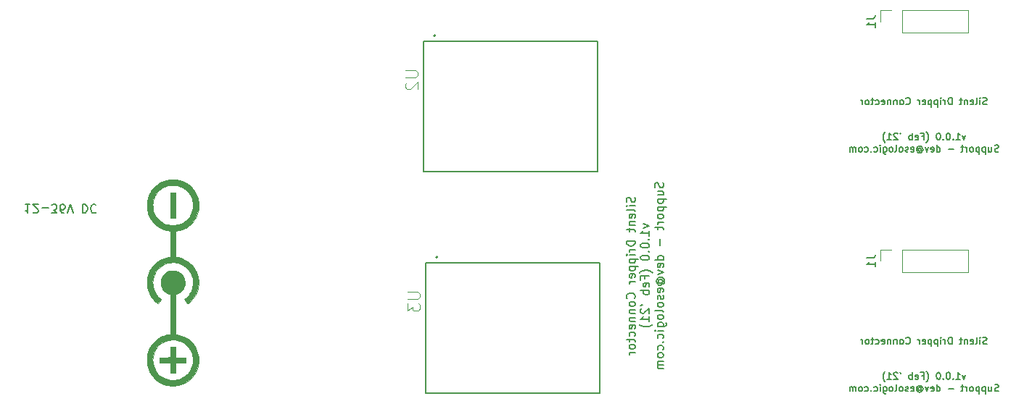
<source format=gbo>
%MOIN*%
%OFA0B0*%
%FSLAX46Y46*%
%IPPOS*%
%LPD*%
%ADD10C,0.0078740157480314977*%
%ADD11C,0.0047244094488188976*%
%ADD12C,0.005905511811023622*%
%ADD23C,0.005905511811023622*%
%ADD24C,0.005*%
%ADD25C,0.0078740157480314977*%
%ADD26C,0.00039370078740157485*%
%ADD27C,0.0005905511811023622*%
%ADD28C,0.0078740157480314977*%
%ADD29C,0.0047244094488188976*%
%ADD30C,0.005905511811023622*%
G01*
D10*
X0004461572Y0000593810D02*
X0004457072Y0000592310D01*
X0004449573Y0000592310D01*
X0004446574Y0000593810D01*
X0004445074Y0000595310D01*
X0004443574Y0000598310D01*
X0004443574Y0000601309D01*
X0004445074Y0000604309D01*
X0004446574Y0000605809D01*
X0004449573Y0000607308D01*
X0004455572Y0000608808D01*
X0004458572Y0000610308D01*
X0004460072Y0000611808D01*
X0004461572Y0000614808D01*
X0004461572Y0000617807D01*
X0004460072Y0000620807D01*
X0004458572Y0000622307D01*
X0004455572Y0000623806D01*
X0004448073Y0000623806D01*
X0004443574Y0000622307D01*
X0004430076Y0000592310D02*
X0004430076Y0000613308D01*
X0004430076Y0000623806D02*
X0004431575Y0000622307D01*
X0004430076Y0000620807D01*
X0004428576Y0000622307D01*
X0004430076Y0000623806D01*
X0004430076Y0000620807D01*
X0004410578Y0000592310D02*
X0004413578Y0000593810D01*
X0004415077Y0000596810D01*
X0004415077Y0000623806D01*
X0004386581Y0000593810D02*
X0004389581Y0000592310D01*
X0004395580Y0000592310D01*
X0004398580Y0000593810D01*
X0004400079Y0000596810D01*
X0004400079Y0000608808D01*
X0004398580Y0000611808D01*
X0004395580Y0000613308D01*
X0004389581Y0000613308D01*
X0004386581Y0000611808D01*
X0004385081Y0000608808D01*
X0004385081Y0000605809D01*
X0004400079Y0000602809D01*
X0004371583Y0000613308D02*
X0004371583Y0000592310D01*
X0004371583Y0000610308D02*
X0004370083Y0000611808D01*
X0004367083Y0000613308D01*
X0004362584Y0000613308D01*
X0004359584Y0000611808D01*
X0004358085Y0000608808D01*
X0004358085Y0000592310D01*
X0004347586Y0000613308D02*
X0004335587Y0000613308D01*
X0004343086Y0000623806D02*
X0004343086Y0000596810D01*
X0004341587Y0000593810D01*
X0004338587Y0000592310D01*
X0004335587Y0000592310D01*
X0004301092Y0000592310D02*
X0004301092Y0000623806D01*
X0004293593Y0000623806D01*
X0004289093Y0000622307D01*
X0004286094Y0000619307D01*
X0004284594Y0000616307D01*
X0004283094Y0000610308D01*
X0004283094Y0000605809D01*
X0004284594Y0000599809D01*
X0004286094Y0000596810D01*
X0004289093Y0000593810D01*
X0004293593Y0000592310D01*
X0004301092Y0000592310D01*
X0004269596Y0000592310D02*
X0004269596Y0000613308D01*
X0004269596Y0000607308D02*
X0004268096Y0000610308D01*
X0004266596Y0000611808D01*
X0004263596Y0000613308D01*
X0004260597Y0000613308D01*
X0004250098Y0000592310D02*
X0004250098Y0000613308D01*
X0004250098Y0000623806D02*
X0004251598Y0000622307D01*
X0004250098Y0000620807D01*
X0004248598Y0000622307D01*
X0004250098Y0000623806D01*
X0004250098Y0000620807D01*
X0004235100Y0000613308D02*
X0004235100Y0000581812D01*
X0004235100Y0000611808D02*
X0004232100Y0000613308D01*
X0004226101Y0000613308D01*
X0004223101Y0000611808D01*
X0004221602Y0000610308D01*
X0004220102Y0000607308D01*
X0004220102Y0000598310D01*
X0004221602Y0000595310D01*
X0004223101Y0000593810D01*
X0004226101Y0000592310D01*
X0004232100Y0000592310D01*
X0004235100Y0000593810D01*
X0004206604Y0000613308D02*
X0004206604Y0000581812D01*
X0004206604Y0000611808D02*
X0004203604Y0000613308D01*
X0004197605Y0000613308D01*
X0004194605Y0000611808D01*
X0004193105Y0000610308D01*
X0004191605Y0000607308D01*
X0004191605Y0000598310D01*
X0004193105Y0000595310D01*
X0004194605Y0000593810D01*
X0004197605Y0000592310D01*
X0004203604Y0000592310D01*
X0004206604Y0000593810D01*
X0004166109Y0000593810D02*
X0004169108Y0000592310D01*
X0004175107Y0000592310D01*
X0004178107Y0000593810D01*
X0004179607Y0000596810D01*
X0004179607Y0000608808D01*
X0004178107Y0000611808D01*
X0004175107Y0000613308D01*
X0004169108Y0000613308D01*
X0004166109Y0000611808D01*
X0004164609Y0000608808D01*
X0004164609Y0000605809D01*
X0004179607Y0000602809D01*
X0004151110Y0000592310D02*
X0004151110Y0000613308D01*
X0004151110Y0000607308D02*
X0004149611Y0000610308D01*
X0004148111Y0000611808D01*
X0004145111Y0000613308D01*
X0004142112Y0000613308D01*
X0004089618Y0000595310D02*
X0004091118Y0000593810D01*
X0004095617Y0000592310D01*
X0004098617Y0000592310D01*
X0004103116Y0000593810D01*
X0004106116Y0000596810D01*
X0004107616Y0000599809D01*
X0004109116Y0000605809D01*
X0004109116Y0000610308D01*
X0004107616Y0000616307D01*
X0004106116Y0000619307D01*
X0004103116Y0000622307D01*
X0004098617Y0000623806D01*
X0004095617Y0000623806D01*
X0004091118Y0000622307D01*
X0004089618Y0000620807D01*
X0004071620Y0000592310D02*
X0004074620Y0000593810D01*
X0004076120Y0000595310D01*
X0004077620Y0000598310D01*
X0004077620Y0000607308D01*
X0004076120Y0000610308D01*
X0004074620Y0000611808D01*
X0004071620Y0000613308D01*
X0004067121Y0000613308D01*
X0004064121Y0000611808D01*
X0004062622Y0000610308D01*
X0004061122Y0000607308D01*
X0004061122Y0000598310D01*
X0004062622Y0000595310D01*
X0004064121Y0000593810D01*
X0004067121Y0000592310D01*
X0004071620Y0000592310D01*
X0004047623Y0000613308D02*
X0004047623Y0000592310D01*
X0004047623Y0000610308D02*
X0004046124Y0000611808D01*
X0004043124Y0000613308D01*
X0004038625Y0000613308D01*
X0004035625Y0000611808D01*
X0004034125Y0000608808D01*
X0004034125Y0000592310D01*
X0004019127Y0000613308D02*
X0004019127Y0000592310D01*
X0004019127Y0000610308D02*
X0004017627Y0000611808D01*
X0004014628Y0000613308D01*
X0004010128Y0000613308D01*
X0004007128Y0000611808D01*
X0004005629Y0000608808D01*
X0004005629Y0000592310D01*
X0003978632Y0000593810D02*
X0003981632Y0000592310D01*
X0003987631Y0000592310D01*
X0003990631Y0000593810D01*
X0003992130Y0000596810D01*
X0003992130Y0000608808D01*
X0003990631Y0000611808D01*
X0003987631Y0000613308D01*
X0003981632Y0000613308D01*
X0003978632Y0000611808D01*
X0003977132Y0000608808D01*
X0003977132Y0000605809D01*
X0003992130Y0000602809D01*
X0003950136Y0000593810D02*
X0003953135Y0000592310D01*
X0003959134Y0000592310D01*
X0003962134Y0000593810D01*
X0003963634Y0000595310D01*
X0003965134Y0000598310D01*
X0003965134Y0000607308D01*
X0003963634Y0000610308D01*
X0003962134Y0000611808D01*
X0003959134Y0000613308D01*
X0003953135Y0000613308D01*
X0003950136Y0000611808D01*
X0003941137Y0000613308D02*
X0003929138Y0000613308D01*
X0003936637Y0000623806D02*
X0003936637Y0000596810D01*
X0003935137Y0000593810D01*
X0003932138Y0000592310D01*
X0003929138Y0000592310D01*
X0003914140Y0000592310D02*
X0003917140Y0000593810D01*
X0003918640Y0000595310D01*
X0003920139Y0000598310D01*
X0003920139Y0000607308D01*
X0003918640Y0000610308D01*
X0003917140Y0000611808D01*
X0003914140Y0000613308D01*
X0003909641Y0000613308D01*
X0003906641Y0000611808D01*
X0003905141Y0000610308D01*
X0003903641Y0000607308D01*
X0003903641Y0000598310D01*
X0003905141Y0000595310D01*
X0003906641Y0000593810D01*
X0003909641Y0000592310D01*
X0003914140Y0000592310D01*
X0003890143Y0000592310D02*
X0003890143Y0000613308D01*
X0003890143Y0000607308D02*
X0003888643Y0000610308D01*
X0003887143Y0000611808D01*
X0003884144Y0000613308D01*
X0003881144Y0000613308D01*
X0004364084Y0000450867D02*
X0004356585Y0000429869D01*
X0004349086Y0000450867D01*
X0004320589Y0000429869D02*
X0004338587Y0000429869D01*
X0004329588Y0000429869D02*
X0004329588Y0000461365D01*
X0004332588Y0000456866D01*
X0004335587Y0000453866D01*
X0004338587Y0000452367D01*
X0004307091Y0000432869D02*
X0004305591Y0000431369D01*
X0004307091Y0000429869D01*
X0004308591Y0000431369D01*
X0004307091Y0000432869D01*
X0004307091Y0000429869D01*
X0004286094Y0000461365D02*
X0004283094Y0000461365D01*
X0004280094Y0000459866D01*
X0004278595Y0000458366D01*
X0004277095Y0000455366D01*
X0004275595Y0000449367D01*
X0004275595Y0000441868D01*
X0004277095Y0000435869D01*
X0004278595Y0000432869D01*
X0004280094Y0000431369D01*
X0004283094Y0000429869D01*
X0004286094Y0000429869D01*
X0004289093Y0000431369D01*
X0004290593Y0000432869D01*
X0004292093Y0000435869D01*
X0004293593Y0000441868D01*
X0004293593Y0000449367D01*
X0004292093Y0000455366D01*
X0004290593Y0000458366D01*
X0004289093Y0000459866D01*
X0004286094Y0000461365D01*
X0004262097Y0000432869D02*
X0004260597Y0000431369D01*
X0004262097Y0000429869D01*
X0004263596Y0000431369D01*
X0004262097Y0000432869D01*
X0004262097Y0000429869D01*
X0004241099Y0000461365D02*
X0004238100Y0000461365D01*
X0004235100Y0000459866D01*
X0004233600Y0000458366D01*
X0004232100Y0000455366D01*
X0004230601Y0000449367D01*
X0004230601Y0000441868D01*
X0004232100Y0000435869D01*
X0004233600Y0000432869D01*
X0004235100Y0000431369D01*
X0004238100Y0000429869D01*
X0004241099Y0000429869D01*
X0004244099Y0000431369D01*
X0004245599Y0000432869D01*
X0004247098Y0000435869D01*
X0004248598Y0000441868D01*
X0004248598Y0000449367D01*
X0004247098Y0000455366D01*
X0004245599Y0000458366D01*
X0004244099Y0000459866D01*
X0004241099Y0000461365D01*
X0004184106Y0000417871D02*
X0004185606Y0000419371D01*
X0004188606Y0000423870D01*
X0004190106Y0000426870D01*
X0004191605Y0000431369D01*
X0004193105Y0000438868D01*
X0004193105Y0000444868D01*
X0004191605Y0000452367D01*
X0004190106Y0000456866D01*
X0004188606Y0000459866D01*
X0004185606Y0000464365D01*
X0004184106Y0000465865D01*
X0004161609Y0000446367D02*
X0004172108Y0000446367D01*
X0004172108Y0000429869D02*
X0004172108Y0000461365D01*
X0004157110Y0000461365D01*
X0004133113Y0000431369D02*
X0004136112Y0000429869D01*
X0004142112Y0000429869D01*
X0004145111Y0000431369D01*
X0004146611Y0000434369D01*
X0004146611Y0000446367D01*
X0004145111Y0000449367D01*
X0004142112Y0000450867D01*
X0004136112Y0000450867D01*
X0004133113Y0000449367D01*
X0004131613Y0000446367D01*
X0004131613Y0000443368D01*
X0004146611Y0000440368D01*
X0004118115Y0000429869D02*
X0004118115Y0000461365D01*
X0004118115Y0000449367D02*
X0004115115Y0000450867D01*
X0004109116Y0000450867D01*
X0004106116Y0000449367D01*
X0004104616Y0000447867D01*
X0004103116Y0000444868D01*
X0004103116Y0000435869D01*
X0004104616Y0000432869D01*
X0004106116Y0000431369D01*
X0004109116Y0000429869D01*
X0004115115Y0000429869D01*
X0004118115Y0000431369D01*
X0004064121Y0000461365D02*
X0004067121Y0000455366D01*
X0004052123Y0000458366D02*
X0004050623Y0000459866D01*
X0004047623Y0000461365D01*
X0004040124Y0000461365D01*
X0004037125Y0000459866D01*
X0004035625Y0000458366D01*
X0004034125Y0000455366D01*
X0004034125Y0000452367D01*
X0004035625Y0000447867D01*
X0004053623Y0000429869D01*
X0004034125Y0000429869D01*
X0004004129Y0000429869D02*
X0004022127Y0000429869D01*
X0004013128Y0000429869D02*
X0004013128Y0000461365D01*
X0004016127Y0000456866D01*
X0004019127Y0000453866D01*
X0004022127Y0000452367D01*
X0003993630Y0000417871D02*
X0003992130Y0000419371D01*
X0003989131Y0000423870D01*
X0003987631Y0000426870D01*
X0003986131Y0000431369D01*
X0003984631Y0000438868D01*
X0003984631Y0000444868D01*
X0003986131Y0000452367D01*
X0003987631Y0000456866D01*
X0003989131Y0000459866D01*
X0003992130Y0000464365D01*
X0003993630Y0000465865D01*
X0004515565Y0000376251D02*
X0004511065Y0000374751D01*
X0004503566Y0000374751D01*
X0004500567Y0000376251D01*
X0004499067Y0000377751D01*
X0004497567Y0000380751D01*
X0004497567Y0000383750D01*
X0004499067Y0000386750D01*
X0004500567Y0000388250D01*
X0004503566Y0000389749D01*
X0004509566Y0000391249D01*
X0004512565Y0000392749D01*
X0004514065Y0000394249D01*
X0004515565Y0000397248D01*
X0004515565Y0000400248D01*
X0004514065Y0000403248D01*
X0004512565Y0000404748D01*
X0004509566Y0000406247D01*
X0004502067Y0000406247D01*
X0004497567Y0000404748D01*
X0004470571Y0000395749D02*
X0004470571Y0000374751D01*
X0004484069Y0000395749D02*
X0004484069Y0000379251D01*
X0004482569Y0000376251D01*
X0004479569Y0000374751D01*
X0004475070Y0000374751D01*
X0004472070Y0000376251D01*
X0004470571Y0000377751D01*
X0004455572Y0000395749D02*
X0004455572Y0000364253D01*
X0004455572Y0000394249D02*
X0004452573Y0000395749D01*
X0004446574Y0000395749D01*
X0004443574Y0000394249D01*
X0004442074Y0000392749D01*
X0004440574Y0000389749D01*
X0004440574Y0000380751D01*
X0004442074Y0000377751D01*
X0004443574Y0000376251D01*
X0004446574Y0000374751D01*
X0004452573Y0000374751D01*
X0004455572Y0000376251D01*
X0004427076Y0000395749D02*
X0004427076Y0000364253D01*
X0004427076Y0000394249D02*
X0004424076Y0000395749D01*
X0004418077Y0000395749D01*
X0004415077Y0000394249D01*
X0004413578Y0000392749D01*
X0004412078Y0000389749D01*
X0004412078Y0000380751D01*
X0004413578Y0000377751D01*
X0004415077Y0000376251D01*
X0004418077Y0000374751D01*
X0004424076Y0000374751D01*
X0004427076Y0000376251D01*
X0004394080Y0000374751D02*
X0004397080Y0000376251D01*
X0004398580Y0000377751D01*
X0004400079Y0000380751D01*
X0004400079Y0000389749D01*
X0004398580Y0000392749D01*
X0004397080Y0000394249D01*
X0004394080Y0000395749D01*
X0004389581Y0000395749D01*
X0004386581Y0000394249D01*
X0004385081Y0000392749D01*
X0004383581Y0000389749D01*
X0004383581Y0000380751D01*
X0004385081Y0000377751D01*
X0004386581Y0000376251D01*
X0004389581Y0000374751D01*
X0004394080Y0000374751D01*
X0004370083Y0000374751D02*
X0004370083Y0000395749D01*
X0004370083Y0000389749D02*
X0004368583Y0000392749D01*
X0004367083Y0000394249D01*
X0004364084Y0000395749D01*
X0004361084Y0000395749D01*
X0004355085Y0000395749D02*
X0004343086Y0000395749D01*
X0004350586Y0000406247D02*
X0004350586Y0000379251D01*
X0004349086Y0000376251D01*
X0004346086Y0000374751D01*
X0004343086Y0000374751D01*
X0004308591Y0000386750D02*
X0004284594Y0000386750D01*
X0004232100Y0000374751D02*
X0004232100Y0000406247D01*
X0004232100Y0000376251D02*
X0004235100Y0000374751D01*
X0004241099Y0000374751D01*
X0004244099Y0000376251D01*
X0004245599Y0000377751D01*
X0004247098Y0000380751D01*
X0004247098Y0000389749D01*
X0004245599Y0000392749D01*
X0004244099Y0000394249D01*
X0004241099Y0000395749D01*
X0004235100Y0000395749D01*
X0004232100Y0000394249D01*
X0004205104Y0000376251D02*
X0004208103Y0000374751D01*
X0004214103Y0000374751D01*
X0004217102Y0000376251D01*
X0004218602Y0000379251D01*
X0004218602Y0000391249D01*
X0004217102Y0000394249D01*
X0004214103Y0000395749D01*
X0004208103Y0000395749D01*
X0004205104Y0000394249D01*
X0004203604Y0000391249D01*
X0004203604Y0000388250D01*
X0004218602Y0000385250D01*
X0004193105Y0000395749D02*
X0004185606Y0000374751D01*
X0004178107Y0000395749D01*
X0004146611Y0000389749D02*
X0004148111Y0000391249D01*
X0004151110Y0000392749D01*
X0004154110Y0000392749D01*
X0004157110Y0000391249D01*
X0004158610Y0000389749D01*
X0004160109Y0000386750D01*
X0004160109Y0000383750D01*
X0004158610Y0000380751D01*
X0004157110Y0000379251D01*
X0004154110Y0000377751D01*
X0004151110Y0000377751D01*
X0004148111Y0000379251D01*
X0004146611Y0000380751D01*
X0004146611Y0000392749D02*
X0004146611Y0000380751D01*
X0004145111Y0000379251D01*
X0004143611Y0000379251D01*
X0004140612Y0000380751D01*
X0004139112Y0000383750D01*
X0004139112Y0000391249D01*
X0004142112Y0000395749D01*
X0004146611Y0000398748D01*
X0004152610Y0000400248D01*
X0004158610Y0000398748D01*
X0004163109Y0000395749D01*
X0004166109Y0000391249D01*
X0004167608Y0000385250D01*
X0004166109Y0000379251D01*
X0004163109Y0000374751D01*
X0004158610Y0000371752D01*
X0004152610Y0000370252D01*
X0004146611Y0000371752D01*
X0004142112Y0000374751D01*
X0004113615Y0000376251D02*
X0004116615Y0000374751D01*
X0004122614Y0000374751D01*
X0004125614Y0000376251D01*
X0004127113Y0000379251D01*
X0004127113Y0000391249D01*
X0004125614Y0000394249D01*
X0004122614Y0000395749D01*
X0004116615Y0000395749D01*
X0004113615Y0000394249D01*
X0004112115Y0000391249D01*
X0004112115Y0000388250D01*
X0004127113Y0000385250D01*
X0004100117Y0000376251D02*
X0004097117Y0000374751D01*
X0004091118Y0000374751D01*
X0004088118Y0000376251D01*
X0004086619Y0000379251D01*
X0004086619Y0000380751D01*
X0004088118Y0000383750D01*
X0004091118Y0000385250D01*
X0004095617Y0000385250D01*
X0004098617Y0000386750D01*
X0004100117Y0000389749D01*
X0004100117Y0000391249D01*
X0004098617Y0000394249D01*
X0004095617Y0000395749D01*
X0004091118Y0000395749D01*
X0004088118Y0000394249D01*
X0004068621Y0000374751D02*
X0004071620Y0000376251D01*
X0004073120Y0000377751D01*
X0004074620Y0000380751D01*
X0004074620Y0000389749D01*
X0004073120Y0000392749D01*
X0004071620Y0000394249D01*
X0004068621Y0000395749D01*
X0004064121Y0000395749D01*
X0004061122Y0000394249D01*
X0004059622Y0000392749D01*
X0004058122Y0000389749D01*
X0004058122Y0000380751D01*
X0004059622Y0000377751D01*
X0004061122Y0000376251D01*
X0004064121Y0000374751D01*
X0004068621Y0000374751D01*
X0004040124Y0000374751D02*
X0004043124Y0000376251D01*
X0004044624Y0000379251D01*
X0004044624Y0000406247D01*
X0004023626Y0000374751D02*
X0004026626Y0000376251D01*
X0004028126Y0000377751D01*
X0004029626Y0000380751D01*
X0004029626Y0000389749D01*
X0004028126Y0000392749D01*
X0004026626Y0000394249D01*
X0004023626Y0000395749D01*
X0004019127Y0000395749D01*
X0004016127Y0000394249D01*
X0004014628Y0000392749D01*
X0004013128Y0000389749D01*
X0004013128Y0000380751D01*
X0004014628Y0000377751D01*
X0004016127Y0000376251D01*
X0004019127Y0000374751D01*
X0004023626Y0000374751D01*
X0003986131Y0000395749D02*
X0003986131Y0000370252D01*
X0003987631Y0000367252D01*
X0003989131Y0000365752D01*
X0003992130Y0000364253D01*
X0003996630Y0000364253D01*
X0003999629Y0000365752D01*
X0003986131Y0000376251D02*
X0003989131Y0000374751D01*
X0003995130Y0000374751D01*
X0003998130Y0000376251D01*
X0003999629Y0000377751D01*
X0004001129Y0000380751D01*
X0004001129Y0000389749D01*
X0003999629Y0000392749D01*
X0003998130Y0000394249D01*
X0003995130Y0000395749D01*
X0003989131Y0000395749D01*
X0003986131Y0000394249D01*
X0003971133Y0000374751D02*
X0003971133Y0000395749D01*
X0003971133Y0000406247D02*
X0003972633Y0000404748D01*
X0003971133Y0000403248D01*
X0003969633Y0000404748D01*
X0003971133Y0000406247D01*
X0003971133Y0000403248D01*
X0003942637Y0000376251D02*
X0003945636Y0000374751D01*
X0003951635Y0000374751D01*
X0003954635Y0000376251D01*
X0003956135Y0000377751D01*
X0003957635Y0000380751D01*
X0003957635Y0000389749D01*
X0003956135Y0000392749D01*
X0003954635Y0000394249D01*
X0003951635Y0000395749D01*
X0003945636Y0000395749D01*
X0003942637Y0000394249D01*
X0003929138Y0000377751D02*
X0003927638Y0000376251D01*
X0003929138Y0000374751D01*
X0003930638Y0000376251D01*
X0003929138Y0000377751D01*
X0003929138Y0000374751D01*
X0003900642Y0000376251D02*
X0003903641Y0000374751D01*
X0003909641Y0000374751D01*
X0003912640Y0000376251D01*
X0003914140Y0000377751D01*
X0003915640Y0000380751D01*
X0003915640Y0000389749D01*
X0003914140Y0000392749D01*
X0003912640Y0000394249D01*
X0003909641Y0000395749D01*
X0003903641Y0000395749D01*
X0003900642Y0000394249D01*
X0003882644Y0000374751D02*
X0003885644Y0000376251D01*
X0003887143Y0000377751D01*
X0003888643Y0000380751D01*
X0003888643Y0000389749D01*
X0003887143Y0000392749D01*
X0003885644Y0000394249D01*
X0003882644Y0000395749D01*
X0003878145Y0000395749D01*
X0003875145Y0000394249D01*
X0003873645Y0000392749D01*
X0003872145Y0000389749D01*
X0003872145Y0000380751D01*
X0003873645Y0000377751D01*
X0003875145Y0000376251D01*
X0003878145Y0000374751D01*
X0003882644Y0000374751D01*
X0003858647Y0000374751D02*
X0003858647Y0000395749D01*
X0003858647Y0000392749D02*
X0003857147Y0000394249D01*
X0003854148Y0000395749D01*
X0003849648Y0000395749D01*
X0003846649Y0000394249D01*
X0003845149Y0000391249D01*
X0003845149Y0000374751D01*
X0003845149Y0000391249D02*
X0003843649Y0000394249D01*
X0003840649Y0000395749D01*
X0003836150Y0000395749D01*
X0003833150Y0000394249D01*
X0003831650Y0000391249D01*
X0003831650Y0000374751D01*
D11*
X0003970889Y0001026921D02*
X0003970889Y0000974559D01*
X0004023251Y0001026921D02*
X0003970889Y0001026921D01*
X0004073251Y0001026921D02*
X0004073251Y0000922196D01*
X0004073251Y0000922196D02*
X0004375614Y0000922196D01*
X0004073251Y0001026921D02*
X0004375614Y0001026921D01*
X0004375614Y0001026921D02*
X0004375614Y0000922196D01*
D12*
X0003909959Y0000987682D02*
X0003938081Y0000987682D01*
X0003943705Y0000989557D01*
X0003947455Y0000993306D01*
X0003949329Y0000998931D01*
X0003949329Y0001002680D01*
X0003949329Y0000948312D02*
X0003949329Y0000970809D01*
X0003949329Y0000959560D02*
X0003909959Y0000959560D01*
X0003915584Y0000963310D01*
X0003919333Y0000967059D01*
X0003921208Y0000970809D01*
G04 next file*
G04 #@! TF.GenerationSoftware,KiCad,Pcbnew,5.1.9-73d0e3b20d~88~ubuntu18.04.1*
G04 #@! TF.CreationDate,2021-02-13T22:05:11-05:00*
G04 #@! TF.ProjectId,driver,64726976-6572-42e6-9b69-6361645f7063,v1.0.0*
G04 #@! TF.SameCoordinates,Original*
G04 #@! TF.FileFunction,Legend,Bot*
G04 #@! TF.FilePolarity,Positive*
G04 Gerber Fmt 4.6, Leading zero omitted, Abs format (unit mm)*
G04 Created by KiCad (PCBNEW 5.1.9-73d0e3b20d~88~ubuntu18.04.1) date 2021-02-13 22:05:11*
G01*
G04 APERTURE LIST*
G04 APERTURE END LIST*
D23*
X0002842974Y0001267211D02*
X0002844849Y0001261587D01*
X0002844849Y0001252213D01*
X0002842974Y0001248464D01*
X0002841100Y0001246589D01*
X0002837350Y0001244714D01*
X0002833600Y0001244714D01*
X0002829851Y0001246589D01*
X0002827976Y0001248464D01*
X0002826101Y0001252213D01*
X0002824227Y0001259712D01*
X0002822352Y0001263462D01*
X0002820477Y0001265337D01*
X0002816728Y0001267211D01*
X0002812978Y0001267211D01*
X0002809229Y0001265337D01*
X0002807354Y0001263462D01*
X0002805479Y0001259712D01*
X0002805479Y0001250338D01*
X0002807354Y0001244714D01*
X0002844849Y0001227841D02*
X0002818602Y0001227841D01*
X0002805479Y0001227841D02*
X0002807354Y0001229716D01*
X0002809229Y0001227841D01*
X0002807354Y0001225966D01*
X0002805479Y0001227841D01*
X0002809229Y0001227841D01*
X0002844849Y0001203469D02*
X0002842974Y0001207219D01*
X0002839225Y0001209094D01*
X0002805479Y0001209094D01*
X0002842974Y0001173473D02*
X0002844849Y0001177223D01*
X0002844849Y0001184722D01*
X0002842974Y0001188471D01*
X0002839225Y0001190346D01*
X0002824227Y0001190346D01*
X0002820477Y0001188471D01*
X0002818602Y0001184722D01*
X0002818602Y0001177223D01*
X0002820477Y0001173473D01*
X0002824227Y0001171598D01*
X0002827976Y0001171598D01*
X0002831726Y0001190346D01*
X0002818602Y0001154725D02*
X0002844849Y0001154725D01*
X0002822352Y0001154725D02*
X0002820477Y0001152851D01*
X0002818602Y0001149101D01*
X0002818602Y0001143477D01*
X0002820477Y0001139727D01*
X0002824227Y0001137852D01*
X0002844849Y0001137852D01*
X0002818602Y0001124729D02*
X0002818602Y0001109731D01*
X0002805479Y0001119105D02*
X0002839225Y0001119105D01*
X0002842974Y0001117230D01*
X0002844849Y0001113480D01*
X0002844849Y0001109731D01*
X0002844849Y0001066611D02*
X0002805479Y0001066611D01*
X0002805479Y0001057238D01*
X0002807354Y0001051613D01*
X0002811103Y0001047864D01*
X0002814853Y0001045989D01*
X0002822352Y0001044114D01*
X0002827976Y0001044114D01*
X0002835475Y0001045989D01*
X0002839225Y0001047864D01*
X0002842974Y0001051613D01*
X0002844849Y0001057238D01*
X0002844849Y0001066611D01*
X0002844849Y0001027241D02*
X0002818602Y0001027241D01*
X0002826101Y0001027241D02*
X0002822352Y0001025367D01*
X0002820477Y0001023492D01*
X0002818602Y0001019742D01*
X0002818602Y0001015993D01*
X0002844849Y0001002869D02*
X0002818602Y0001002869D01*
X0002805479Y0001002869D02*
X0002807354Y0001004744D01*
X0002809229Y0001002869D01*
X0002807354Y0001000995D01*
X0002805479Y0001002869D01*
X0002809229Y0001002869D01*
X0002818602Y0000984122D02*
X0002857972Y0000984122D01*
X0002820477Y0000984122D02*
X0002818602Y0000980372D01*
X0002818602Y0000972873D01*
X0002820477Y0000969124D01*
X0002822352Y0000967249D01*
X0002826101Y0000965374D01*
X0002837350Y0000965374D01*
X0002841100Y0000967249D01*
X0002842974Y0000969124D01*
X0002844849Y0000972873D01*
X0002844849Y0000980372D01*
X0002842974Y0000984122D01*
X0002818602Y0000948501D02*
X0002857972Y0000948501D01*
X0002820477Y0000948501D02*
X0002818602Y0000944752D01*
X0002818602Y0000937253D01*
X0002820477Y0000933503D01*
X0002822352Y0000931628D01*
X0002826101Y0000929753D01*
X0002837350Y0000929753D01*
X0002841100Y0000931628D01*
X0002842974Y0000933503D01*
X0002844849Y0000937253D01*
X0002844849Y0000944752D01*
X0002842974Y0000948501D01*
X0002842974Y0000897882D02*
X0002844849Y0000901632D01*
X0002844849Y0000909131D01*
X0002842974Y0000912881D01*
X0002839225Y0000914755D01*
X0002824227Y0000914755D01*
X0002820477Y0000912881D01*
X0002818602Y0000909131D01*
X0002818602Y0000901632D01*
X0002820477Y0000897882D01*
X0002824227Y0000896008D01*
X0002827976Y0000896008D01*
X0002831726Y0000914755D01*
X0002844849Y0000879135D02*
X0002818602Y0000879135D01*
X0002826101Y0000879135D02*
X0002822352Y0000877260D01*
X0002820477Y0000875385D01*
X0002818602Y0000871636D01*
X0002818602Y0000867886D01*
X0002841100Y0000802269D02*
X0002842974Y0000804144D01*
X0002844849Y0000809768D01*
X0002844849Y0000813518D01*
X0002842974Y0000819142D01*
X0002839225Y0000822892D01*
X0002835475Y0000824767D01*
X0002827976Y0000826641D01*
X0002822352Y0000826641D01*
X0002814853Y0000824767D01*
X0002811103Y0000822892D01*
X0002807354Y0000819142D01*
X0002805479Y0000813518D01*
X0002805479Y0000809768D01*
X0002807354Y0000804144D01*
X0002809229Y0000802269D01*
X0002844849Y0000779772D02*
X0002842974Y0000783522D01*
X0002841100Y0000785397D01*
X0002837350Y0000787271D01*
X0002826101Y0000787271D01*
X0002822352Y0000785397D01*
X0002820477Y0000783522D01*
X0002818602Y0000779772D01*
X0002818602Y0000774148D01*
X0002820477Y0000770398D01*
X0002822352Y0000768524D01*
X0002826101Y0000766649D01*
X0002837350Y0000766649D01*
X0002841100Y0000768524D01*
X0002842974Y0000770398D01*
X0002844849Y0000774148D01*
X0002844849Y0000779772D01*
X0002818602Y0000749776D02*
X0002844849Y0000749776D01*
X0002822352Y0000749776D02*
X0002820477Y0000747901D01*
X0002818602Y0000744152D01*
X0002818602Y0000738527D01*
X0002820477Y0000734778D01*
X0002824227Y0000732903D01*
X0002844849Y0000732903D01*
X0002818602Y0000714155D02*
X0002844849Y0000714155D01*
X0002822352Y0000714155D02*
X0002820477Y0000712281D01*
X0002818602Y0000708531D01*
X0002818602Y0000702907D01*
X0002820477Y0000699157D01*
X0002824227Y0000697283D01*
X0002844849Y0000697283D01*
X0002842974Y0000663537D02*
X0002844849Y0000667286D01*
X0002844849Y0000674785D01*
X0002842974Y0000678535D01*
X0002839225Y0000680410D01*
X0002824227Y0000680410D01*
X0002820477Y0000678535D01*
X0002818602Y0000674785D01*
X0002818602Y0000667286D01*
X0002820477Y0000663537D01*
X0002824227Y0000661662D01*
X0002827976Y0000661662D01*
X0002831726Y0000680410D01*
X0002842974Y0000627916D02*
X0002844849Y0000631666D01*
X0002844849Y0000639165D01*
X0002842974Y0000642914D01*
X0002841100Y0000644789D01*
X0002837350Y0000646664D01*
X0002826101Y0000646664D01*
X0002822352Y0000644789D01*
X0002820477Y0000642914D01*
X0002818602Y0000639165D01*
X0002818602Y0000631666D01*
X0002820477Y0000627916D01*
X0002818602Y0000616668D02*
X0002818602Y0000601669D01*
X0002805479Y0000611043D02*
X0002839225Y0000611043D01*
X0002842974Y0000609169D01*
X0002844849Y0000605419D01*
X0002844849Y0000601669D01*
X0002844849Y0000582922D02*
X0002842974Y0000586671D01*
X0002841100Y0000588546D01*
X0002837350Y0000590421D01*
X0002826101Y0000590421D01*
X0002822352Y0000588546D01*
X0002820477Y0000586671D01*
X0002818602Y0000582922D01*
X0002818602Y0000577298D01*
X0002820477Y0000573548D01*
X0002822352Y0000571673D01*
X0002826101Y0000569798D01*
X0002837350Y0000569798D01*
X0002841100Y0000571673D01*
X0002842974Y0000573548D01*
X0002844849Y0000577298D01*
X0002844849Y0000582922D01*
X0002844849Y0000552926D02*
X0002818602Y0000552926D01*
X0002826101Y0000552926D02*
X0002822352Y0000551051D01*
X0002820477Y0000549176D01*
X0002818602Y0000545427D01*
X0002818602Y0000541677D01*
X0002883563Y0001145352D02*
X0002909810Y0001135978D01*
X0002883563Y0001126604D01*
X0002909810Y0001090983D02*
X0002909810Y0001113480D01*
X0002909810Y0001102232D02*
X0002870440Y0001102232D01*
X0002876064Y0001105981D01*
X0002879813Y0001109731D01*
X0002881688Y0001113480D01*
X0002906060Y0001074110D02*
X0002907935Y0001072236D01*
X0002909810Y0001074110D01*
X0002907935Y0001075985D01*
X0002906060Y0001074110D01*
X0002909810Y0001074110D01*
X0002870440Y0001047864D02*
X0002870440Y0001044114D01*
X0002872314Y0001040365D01*
X0002874189Y0001038490D01*
X0002877939Y0001036615D01*
X0002885438Y0001034740D01*
X0002894812Y0001034740D01*
X0002902311Y0001036615D01*
X0002906060Y0001038490D01*
X0002907935Y0001040365D01*
X0002909810Y0001044114D01*
X0002909810Y0001047864D01*
X0002907935Y0001051613D01*
X0002906060Y0001053488D01*
X0002902311Y0001055363D01*
X0002894812Y0001057238D01*
X0002885438Y0001057238D01*
X0002877939Y0001055363D01*
X0002874189Y0001053488D01*
X0002872314Y0001051613D01*
X0002870440Y0001047864D01*
X0002906060Y0001017867D02*
X0002907935Y0001015993D01*
X0002909810Y0001017867D01*
X0002907935Y0001019742D01*
X0002906060Y0001017867D01*
X0002909810Y0001017867D01*
X0002870440Y0000991621D02*
X0002870440Y0000987871D01*
X0002872314Y0000984122D01*
X0002874189Y0000982247D01*
X0002877939Y0000980372D01*
X0002885438Y0000978497D01*
X0002894812Y0000978497D01*
X0002902311Y0000980372D01*
X0002906060Y0000982247D01*
X0002907935Y0000984122D01*
X0002909810Y0000987871D01*
X0002909810Y0000991621D01*
X0002907935Y0000995370D01*
X0002906060Y0000997245D01*
X0002902311Y0000999120D01*
X0002894812Y0001000995D01*
X0002885438Y0001000995D01*
X0002877939Y0000999120D01*
X0002874189Y0000997245D01*
X0002872314Y0000995370D01*
X0002870440Y0000991621D01*
X0002924808Y0000920380D02*
X0002922933Y0000922254D01*
X0002917309Y0000926004D01*
X0002913559Y0000927879D01*
X0002907935Y0000929753D01*
X0002898561Y0000931628D01*
X0002891062Y0000931628D01*
X0002881688Y0000929753D01*
X0002876064Y0000927879D01*
X0002872314Y0000926004D01*
X0002866690Y0000922254D01*
X0002864815Y0000920380D01*
X0002889187Y0000892258D02*
X0002889187Y0000905382D01*
X0002909810Y0000905382D02*
X0002870440Y0000905382D01*
X0002870440Y0000886634D01*
X0002907935Y0000856638D02*
X0002909810Y0000860387D01*
X0002909810Y0000867886D01*
X0002907935Y0000871636D01*
X0002904185Y0000873510D01*
X0002889187Y0000873510D01*
X0002885438Y0000871636D01*
X0002883563Y0000867886D01*
X0002883563Y0000860387D01*
X0002885438Y0000856638D01*
X0002889187Y0000854763D01*
X0002892937Y0000854763D01*
X0002896686Y0000873510D01*
X0002909810Y0000837890D02*
X0002870440Y0000837890D01*
X0002885438Y0000837890D02*
X0002883563Y0000834140D01*
X0002883563Y0000826641D01*
X0002885438Y0000822892D01*
X0002887312Y0000821017D01*
X0002891062Y0000819142D01*
X0002902311Y0000819142D01*
X0002906060Y0000821017D01*
X0002907935Y0000822892D01*
X0002909810Y0000826641D01*
X0002909810Y0000834140D01*
X0002907935Y0000837890D01*
X0002870440Y0000770398D02*
X0002877939Y0000774148D01*
X0002874189Y0000755400D02*
X0002872314Y0000753525D01*
X0002870440Y0000749776D01*
X0002870440Y0000740402D01*
X0002872314Y0000736653D01*
X0002874189Y0000734778D01*
X0002877939Y0000732903D01*
X0002881688Y0000732903D01*
X0002887312Y0000734778D01*
X0002909810Y0000757275D01*
X0002909810Y0000732903D01*
X0002909810Y0000695408D02*
X0002909810Y0000717905D01*
X0002909810Y0000706656D02*
X0002870440Y0000706656D01*
X0002876064Y0000710406D01*
X0002879813Y0000714155D01*
X0002881688Y0000717905D01*
X0002924808Y0000682284D02*
X0002922933Y0000680410D01*
X0002917309Y0000676660D01*
X0002913559Y0000674785D01*
X0002907935Y0000672911D01*
X0002898561Y0000671036D01*
X0002891062Y0000671036D01*
X0002881688Y0000672911D01*
X0002876064Y0000674785D01*
X0002872314Y0000676660D01*
X0002866690Y0000680410D01*
X0002864815Y0000682284D01*
X0002972896Y0001334703D02*
X0002974770Y0001329079D01*
X0002974770Y0001319705D01*
X0002972896Y0001315955D01*
X0002971021Y0001314080D01*
X0002967271Y0001312206D01*
X0002963522Y0001312206D01*
X0002959772Y0001314080D01*
X0002957897Y0001315955D01*
X0002956023Y0001319705D01*
X0002954148Y0001327204D01*
X0002952273Y0001330953D01*
X0002950398Y0001332828D01*
X0002946649Y0001334703D01*
X0002942899Y0001334703D01*
X0002939150Y0001332828D01*
X0002937275Y0001330953D01*
X0002935400Y0001327204D01*
X0002935400Y0001317830D01*
X0002937275Y0001312206D01*
X0002948524Y0001278460D02*
X0002974770Y0001278460D01*
X0002948524Y0001295333D02*
X0002969146Y0001295333D01*
X0002972896Y0001293458D01*
X0002974770Y0001289708D01*
X0002974770Y0001284084D01*
X0002972896Y0001280335D01*
X0002971021Y0001278460D01*
X0002948524Y0001259712D02*
X0002987894Y0001259712D01*
X0002950398Y0001259712D02*
X0002948524Y0001255963D01*
X0002948524Y0001248464D01*
X0002950398Y0001244714D01*
X0002952273Y0001242839D01*
X0002956023Y0001240965D01*
X0002967271Y0001240965D01*
X0002971021Y0001242839D01*
X0002972896Y0001244714D01*
X0002974770Y0001248464D01*
X0002974770Y0001255963D01*
X0002972896Y0001259712D01*
X0002948524Y0001224092D02*
X0002987894Y0001224092D01*
X0002950398Y0001224092D02*
X0002948524Y0001220342D01*
X0002948524Y0001212843D01*
X0002950398Y0001209094D01*
X0002952273Y0001207219D01*
X0002956023Y0001205344D01*
X0002967271Y0001205344D01*
X0002971021Y0001207219D01*
X0002972896Y0001209094D01*
X0002974770Y0001212843D01*
X0002974770Y0001220342D01*
X0002972896Y0001224092D01*
X0002974770Y0001182847D02*
X0002972896Y0001186596D01*
X0002971021Y0001188471D01*
X0002967271Y0001190346D01*
X0002956023Y0001190346D01*
X0002952273Y0001188471D01*
X0002950398Y0001186596D01*
X0002948524Y0001182847D01*
X0002948524Y0001177223D01*
X0002950398Y0001173473D01*
X0002952273Y0001171598D01*
X0002956023Y0001169723D01*
X0002967271Y0001169723D01*
X0002971021Y0001171598D01*
X0002972896Y0001173473D01*
X0002974770Y0001177223D01*
X0002974770Y0001182847D01*
X0002974770Y0001152851D02*
X0002948524Y0001152851D01*
X0002956023Y0001152851D02*
X0002952273Y0001150976D01*
X0002950398Y0001149101D01*
X0002948524Y0001145352D01*
X0002948524Y0001141602D01*
X0002948524Y0001134103D02*
X0002948524Y0001119105D01*
X0002935400Y0001128479D02*
X0002969146Y0001128479D01*
X0002972896Y0001126604D01*
X0002974770Y0001122854D01*
X0002974770Y0001119105D01*
X0002959772Y0001075985D02*
X0002959772Y0001045989D01*
X0002974770Y0000980372D02*
X0002935400Y0000980372D01*
X0002972896Y0000980372D02*
X0002974770Y0000984122D01*
X0002974770Y0000991621D01*
X0002972896Y0000995370D01*
X0002971021Y0000997245D01*
X0002967271Y0000999120D01*
X0002956023Y0000999120D01*
X0002952273Y0000997245D01*
X0002950398Y0000995370D01*
X0002948524Y0000991621D01*
X0002948524Y0000984122D01*
X0002950398Y0000980372D01*
X0002972896Y0000946626D02*
X0002974770Y0000950376D01*
X0002974770Y0000957875D01*
X0002972896Y0000961624D01*
X0002969146Y0000963499D01*
X0002954148Y0000963499D01*
X0002950398Y0000961624D01*
X0002948524Y0000957875D01*
X0002948524Y0000950376D01*
X0002950398Y0000946626D01*
X0002954148Y0000944752D01*
X0002957897Y0000944752D01*
X0002961647Y0000963499D01*
X0002948524Y0000931628D02*
X0002974770Y0000922254D01*
X0002948524Y0000912881D01*
X0002956023Y0000873510D02*
X0002954148Y0000875385D01*
X0002952273Y0000879135D01*
X0002952273Y0000882884D01*
X0002954148Y0000886634D01*
X0002956023Y0000888509D01*
X0002959772Y0000890383D01*
X0002963522Y0000890383D01*
X0002967271Y0000888509D01*
X0002969146Y0000886634D01*
X0002971021Y0000882884D01*
X0002971021Y0000879135D01*
X0002969146Y0000875385D01*
X0002967271Y0000873510D01*
X0002952273Y0000873510D02*
X0002967271Y0000873510D01*
X0002969146Y0000871636D01*
X0002969146Y0000869761D01*
X0002967271Y0000866011D01*
X0002963522Y0000864137D01*
X0002954148Y0000864137D01*
X0002948524Y0000867886D01*
X0002944774Y0000873510D01*
X0002942899Y0000881010D01*
X0002944774Y0000888509D01*
X0002948524Y0000894133D01*
X0002954148Y0000897882D01*
X0002961647Y0000899757D01*
X0002969146Y0000897882D01*
X0002974770Y0000894133D01*
X0002978520Y0000888509D01*
X0002980395Y0000881010D01*
X0002978520Y0000873510D01*
X0002974770Y0000867886D01*
X0002972896Y0000832266D02*
X0002974770Y0000836015D01*
X0002974770Y0000843514D01*
X0002972896Y0000847264D01*
X0002969146Y0000849139D01*
X0002954148Y0000849139D01*
X0002950398Y0000847264D01*
X0002948524Y0000843514D01*
X0002948524Y0000836015D01*
X0002950398Y0000832266D01*
X0002954148Y0000830391D01*
X0002957897Y0000830391D01*
X0002961647Y0000849139D01*
X0002972896Y0000815393D02*
X0002974770Y0000811643D01*
X0002974770Y0000804144D01*
X0002972896Y0000800395D01*
X0002969146Y0000798520D01*
X0002967271Y0000798520D01*
X0002963522Y0000800395D01*
X0002961647Y0000804144D01*
X0002961647Y0000809768D01*
X0002959772Y0000813518D01*
X0002956023Y0000815393D01*
X0002954148Y0000815393D01*
X0002950398Y0000813518D01*
X0002948524Y0000809768D01*
X0002948524Y0000804144D01*
X0002950398Y0000800395D01*
X0002974770Y0000776023D02*
X0002972896Y0000779772D01*
X0002971021Y0000781647D01*
X0002967271Y0000783522D01*
X0002956023Y0000783522D01*
X0002952273Y0000781647D01*
X0002950398Y0000779772D01*
X0002948524Y0000776023D01*
X0002948524Y0000770398D01*
X0002950398Y0000766649D01*
X0002952273Y0000764774D01*
X0002956023Y0000762899D01*
X0002967271Y0000762899D01*
X0002971021Y0000764774D01*
X0002972896Y0000766649D01*
X0002974770Y0000770398D01*
X0002974770Y0000776023D01*
X0002974770Y0000740402D02*
X0002972896Y0000744152D01*
X0002969146Y0000746026D01*
X0002935400Y0000746026D01*
X0002974770Y0000719780D02*
X0002972896Y0000723529D01*
X0002971021Y0000725404D01*
X0002967271Y0000727279D01*
X0002956023Y0000727279D01*
X0002952273Y0000725404D01*
X0002950398Y0000723529D01*
X0002948524Y0000719780D01*
X0002948524Y0000714155D01*
X0002950398Y0000710406D01*
X0002952273Y0000708531D01*
X0002956023Y0000706656D01*
X0002967271Y0000706656D01*
X0002971021Y0000708531D01*
X0002972896Y0000710406D01*
X0002974770Y0000714155D01*
X0002974770Y0000719780D01*
X0002948524Y0000672911D02*
X0002980395Y0000672911D01*
X0002984144Y0000674785D01*
X0002986019Y0000676660D01*
X0002987894Y0000680410D01*
X0002987894Y0000686034D01*
X0002986019Y0000689783D01*
X0002972896Y0000672911D02*
X0002974770Y0000676660D01*
X0002974770Y0000684159D01*
X0002972896Y0000687909D01*
X0002971021Y0000689783D01*
X0002967271Y0000691658D01*
X0002956023Y0000691658D01*
X0002952273Y0000689783D01*
X0002950398Y0000687909D01*
X0002948524Y0000684159D01*
X0002948524Y0000676660D01*
X0002950398Y0000672911D01*
X0002974770Y0000654163D02*
X0002948524Y0000654163D01*
X0002935400Y0000654163D02*
X0002937275Y0000656038D01*
X0002939150Y0000654163D01*
X0002937275Y0000652288D01*
X0002935400Y0000654163D01*
X0002939150Y0000654163D01*
X0002972896Y0000618542D02*
X0002974770Y0000622292D01*
X0002974770Y0000629791D01*
X0002972896Y0000633540D01*
X0002971021Y0000635415D01*
X0002967271Y0000637290D01*
X0002956023Y0000637290D01*
X0002952273Y0000635415D01*
X0002950398Y0000633540D01*
X0002948524Y0000629791D01*
X0002948524Y0000622292D01*
X0002950398Y0000618542D01*
X0002971021Y0000601669D02*
X0002972896Y0000599795D01*
X0002974770Y0000601669D01*
X0002972896Y0000603544D01*
X0002971021Y0000601669D01*
X0002974770Y0000601669D01*
X0002972896Y0000566049D02*
X0002974770Y0000569798D01*
X0002974770Y0000577298D01*
X0002972896Y0000581047D01*
X0002971021Y0000582922D01*
X0002967271Y0000584797D01*
X0002956023Y0000584797D01*
X0002952273Y0000582922D01*
X0002950398Y0000581047D01*
X0002948524Y0000577298D01*
X0002948524Y0000569798D01*
X0002950398Y0000566049D01*
X0002974770Y0000543552D02*
X0002972896Y0000547301D01*
X0002971021Y0000549176D01*
X0002967271Y0000551051D01*
X0002956023Y0000551051D01*
X0002952273Y0000549176D01*
X0002950398Y0000547301D01*
X0002948524Y0000543552D01*
X0002948524Y0000537927D01*
X0002950398Y0000534178D01*
X0002952273Y0000532303D01*
X0002956023Y0000530428D01*
X0002967271Y0000530428D01*
X0002971021Y0000532303D01*
X0002972896Y0000534178D01*
X0002974770Y0000537927D01*
X0002974770Y0000543552D01*
X0002974770Y0000513555D02*
X0002948524Y0000513555D01*
X0002952273Y0000513555D02*
X0002950398Y0000511681D01*
X0002948524Y0000507931D01*
X0002948524Y0000502307D01*
X0002950398Y0000498557D01*
X0002954148Y0000496683D01*
X0002974770Y0000496683D01*
X0002954148Y0000496683D02*
X0002950398Y0000494808D01*
X0002948524Y0000491058D01*
X0002948524Y0000485434D01*
X0002950398Y0000481684D01*
X0002954148Y0000479810D01*
X0002974770Y0000479810D01*
X0000063392Y0001235129D02*
X0000040895Y0001235129D01*
X0000052143Y0001235129D02*
X0000052143Y0001195759D01*
X0000048394Y0001201383D01*
X0000044644Y0001205133D01*
X0000040895Y0001207008D01*
X0000078390Y0001199509D02*
X0000080265Y0001197634D01*
X0000084014Y0001195759D01*
X0000093388Y0001195759D01*
X0000097138Y0001197634D01*
X0000099013Y0001199509D01*
X0000100887Y0001203258D01*
X0000100887Y0001207008D01*
X0000099013Y0001212632D01*
X0000076515Y0001235129D01*
X0000100887Y0001235129D01*
X0000117760Y0001220131D02*
X0000147756Y0001220131D01*
X0000162755Y0001195759D02*
X0000187127Y0001195759D01*
X0000174003Y0001210757D01*
X0000179627Y0001210757D01*
X0000183377Y0001212632D01*
X0000185252Y0001214507D01*
X0000187127Y0001218256D01*
X0000187127Y0001227630D01*
X0000185252Y0001231380D01*
X0000183377Y0001233254D01*
X0000179627Y0001235129D01*
X0000168379Y0001235129D01*
X0000164629Y0001233254D01*
X0000162755Y0001231380D01*
X0000220872Y0001195759D02*
X0000213373Y0001195759D01*
X0000209624Y0001197634D01*
X0000207749Y0001199509D01*
X0000203999Y0001205133D01*
X0000202125Y0001212632D01*
X0000202125Y0001227630D01*
X0000203999Y0001231380D01*
X0000205874Y0001233254D01*
X0000209624Y0001235129D01*
X0000217123Y0001235129D01*
X0000220872Y0001233254D01*
X0000222747Y0001231380D01*
X0000224622Y0001227630D01*
X0000224622Y0001218256D01*
X0000222747Y0001214507D01*
X0000220872Y0001212632D01*
X0000217123Y0001210757D01*
X0000209624Y0001210757D01*
X0000205874Y0001212632D01*
X0000203999Y0001214507D01*
X0000202125Y0001218256D01*
X0000235870Y0001195759D02*
X0000248994Y0001235129D01*
X0000262117Y0001195759D01*
X0000305237Y0001235129D02*
X0000305237Y0001195759D01*
X0000314611Y0001195759D01*
X0000320235Y0001197634D01*
X0000323984Y0001201383D01*
X0000325859Y0001205133D01*
X0000327734Y0001212632D01*
X0000327734Y0001218256D01*
X0000325859Y0001225755D01*
X0000323984Y0001229505D01*
X0000320235Y0001233254D01*
X0000314611Y0001235129D01*
X0000305237Y0001235129D01*
X0000367104Y0001231380D02*
X0000365229Y0001233254D01*
X0000359605Y0001235129D01*
X0000355855Y0001235129D01*
X0000350231Y0001233254D01*
X0000346482Y0001229505D01*
X0000344607Y0001225755D01*
X0000342732Y0001218256D01*
X0000342732Y0001212632D01*
X0000344607Y0001205133D01*
X0000346482Y0001201383D01*
X0000350231Y0001197634D01*
X0000355855Y0001195759D01*
X0000359605Y0001195759D01*
X0000365229Y0001197634D01*
X0000367104Y0001199509D01*
D24*
X0002682999Y0000965319D02*
X0002682999Y0000365319D01*
X0002682999Y0000365319D02*
X0001882999Y0000365319D01*
X0001882999Y0000365319D02*
X0001882999Y0000965319D01*
X0001882999Y0000965319D02*
X0002682999Y0000965319D01*
D25*
X0001936936Y0000992091D02*
G75*
G03*
X0001936936Y0000992091I-0000003937D01*
G01*
X0001926936Y0002012091D02*
G75*
G03*
X0001926936Y0002012091I-0000003937D01*
G01*
D24*
X0001872999Y0001985319D02*
X0002672999Y0001985319D01*
X0001872999Y0001385319D02*
X0001872999Y0001985319D01*
X0002672999Y0001385319D02*
X0001872999Y0001385319D01*
X0002672999Y0001985319D02*
X0002672999Y0001385319D01*
D26*
G36*
X0000601845Y0000864128D02*
G01*
X0000603266Y0000853767D01*
X0000605626Y0000843542D01*
X0000608209Y0000835467D01*
X0000612374Y0000825392D01*
X0000617405Y0000815775D01*
X0000623265Y0000806664D01*
X0000629919Y0000798107D01*
X0000637332Y0000790151D01*
X0000645468Y0000782844D01*
X0000650239Y0000779119D01*
X0000652013Y0000777802D01*
X0000659150Y0000788054D01*
X0000661100Y0000790878D01*
X0000662847Y0000793449D01*
X0000664314Y0000795654D01*
X0000665426Y0000797374D01*
X0000666105Y0000798496D01*
X0000666287Y0000798886D01*
X0000665917Y0000799457D01*
X0000664948Y0000800393D01*
X0000663614Y0000801473D01*
X0000656921Y0000807099D01*
X0000650731Y0000813498D01*
X0000645116Y0000820554D01*
X0000640150Y0000828147D01*
X0000635906Y0000836159D01*
X0000632458Y0000844473D01*
X0000629880Y0000852969D01*
X0000628930Y0000857299D01*
X0000627612Y0000866774D01*
X0000627252Y0000876224D01*
X0000627830Y0000885583D01*
X0000629325Y0000894782D01*
X0000631717Y0000903755D01*
X0000634985Y0000912434D01*
X0000639110Y0000920752D01*
X0000644071Y0000928642D01*
X0000649848Y0000936036D01*
X0000654156Y0000940671D01*
X0000661323Y0000947197D01*
X0000668963Y0000952854D01*
X0000677078Y0000957644D01*
X0000685673Y0000961567D01*
X0000694751Y0000964627D01*
X0000704315Y0000966825D01*
X0000706633Y0000967217D01*
X0000710447Y0000967664D01*
X0000714912Y0000967936D01*
X0000719710Y0000968035D01*
X0000724522Y0000967959D01*
X0000729030Y0000967710D01*
X0000732918Y0000967285D01*
X0000733298Y0000967227D01*
X0000742853Y0000965244D01*
X0000752019Y0000962388D01*
X0000760746Y0000958692D01*
X0000768982Y0000954186D01*
X0000776679Y0000948903D01*
X0000783785Y0000942874D01*
X0000790251Y0000936131D01*
X0000796027Y0000928706D01*
X0000797319Y0000926804D01*
X0000802205Y0000918546D01*
X0000806191Y0000909947D01*
X0000809268Y0000901073D01*
X0000811426Y0000891991D01*
X0000812658Y0000882767D01*
X0000812953Y0000873468D01*
X0000812302Y0000864160D01*
X0000810697Y0000854911D01*
X0000808329Y0000846390D01*
X0000804857Y0000837424D01*
X0000800529Y0000828923D01*
X0000795382Y0000820943D01*
X0000789455Y0000813537D01*
X0000782785Y0000806760D01*
X0000778024Y0000802683D01*
X0000773426Y0000799006D01*
X0000775080Y0000796692D01*
X0000775888Y0000795550D01*
X0000777138Y0000793768D01*
X0000778707Y0000791520D01*
X0000780474Y0000788982D01*
X0000782313Y0000786334D01*
X0000784035Y0000783871D01*
X0000785572Y0000781713D01*
X0000786835Y0000779983D01*
X0000787732Y0000778804D01*
X0000788174Y0000778299D01*
X0000788196Y0000778289D01*
X0000788868Y0000778605D01*
X0000790134Y0000779479D01*
X0000791860Y0000780800D01*
X0000793911Y0000782455D01*
X0000796153Y0000784333D01*
X0000798451Y0000786322D01*
X0000800670Y0000788311D01*
X0000802676Y0000790188D01*
X0000803398Y0000790892D01*
X0000810827Y0000798917D01*
X0000817410Y0000807440D01*
X0000823131Y0000816422D01*
X0000827975Y0000825826D01*
X0000831924Y0000835613D01*
X0000834964Y0000845745D01*
X0000837078Y0000856184D01*
X0000838251Y0000866893D01*
X0000838504Y0000874824D01*
X0000838154Y0000884913D01*
X0000837083Y0000894459D01*
X0000835250Y0000903636D01*
X0000832614Y0000912621D01*
X0000829133Y0000921589D01*
X0000825942Y0000928411D01*
X0000820700Y0000937802D01*
X0000814660Y0000946628D01*
X0000807868Y0000954843D01*
X0000800370Y0000962401D01*
X0000792209Y0000969257D01*
X0000783433Y0000975365D01*
X0000774089Y0000980679D01*
X0000764367Y0000985131D01*
X0000754503Y0000988634D01*
X0000744372Y0000991228D01*
X0000738783Y0000992260D01*
X0000731877Y0000993370D01*
X0000732128Y0001113190D01*
X0000735593Y0001113564D01*
X0000743983Y0001114860D01*
X0000752639Y0001116926D01*
X0000761325Y0001119679D01*
X0000769805Y0001123036D01*
X0000777843Y0001126913D01*
X0000784851Y0001130998D01*
X0000790414Y0001134845D01*
X0000796038Y0001139248D01*
X0000801502Y0001144011D01*
X0000806584Y0001148935D01*
X0000811065Y0001153823D01*
X0000812981Y0001156155D01*
X0000819360Y0001165026D01*
X0000824827Y0001174282D01*
X0000829381Y0001183920D01*
X0000833021Y0001193938D01*
X0000835746Y0001204335D01*
X0000837557Y0001215109D01*
X0000838452Y0001226258D01*
X0000838521Y0001228537D01*
X0000838575Y0001231561D01*
X0000838600Y0001234379D01*
X0000838598Y0001236786D01*
X0000838567Y0001238575D01*
X0000838521Y0001239428D01*
X0000837768Y0001246139D01*
X0000836902Y0001252111D01*
X0000835875Y0001257590D01*
X0000834637Y0001262826D01*
X0000833139Y0001268066D01*
X0000832326Y0001270616D01*
X0000828579Y0001280476D01*
X0000823989Y0001289857D01*
X0000818601Y0001298717D01*
X0000812461Y0001307015D01*
X0000805611Y0001314710D01*
X0000798099Y0001321760D01*
X0000789967Y0001328125D01*
X0000781262Y0001333763D01*
X0000772028Y0001338633D01*
X0000762310Y0001342695D01*
X0000752153Y0001345906D01*
X0000749597Y0001346559D01*
X0000745219Y0001347579D01*
X0000741290Y0001348369D01*
X0000737570Y0001348957D01*
X0000733820Y0001349368D01*
X0000729801Y0001349630D01*
X0000725273Y0001349767D01*
X0000719999Y0001349807D01*
X0000719752Y0001349806D01*
X0000719752Y0001323834D01*
X0000729586Y0001323374D01*
X0000739116Y0001322002D01*
X0000748303Y0001319732D01*
X0000757104Y0001316577D01*
X0000765479Y0001312549D01*
X0000773387Y0001307663D01*
X0000776270Y0001305577D01*
X0000783399Y0001299587D01*
X0000789828Y0001292929D01*
X0000795522Y0001285668D01*
X0000800445Y0001277871D01*
X0000804562Y0001269602D01*
X0000807839Y0001260927D01*
X0000810240Y0001251913D01*
X0000811729Y0001242625D01*
X0000812055Y0001238933D01*
X0000812214Y0001236618D01*
X0000812353Y0001234595D01*
X0000812454Y0001233114D01*
X0000812497Y0001232497D01*
X0000812487Y0001231657D01*
X0000812413Y0001230041D01*
X0000812287Y0001227863D01*
X0000812119Y0001225334D01*
X0000812067Y0001224604D01*
X0000810906Y0001214980D01*
X0000808861Y0001205737D01*
X0000805975Y0001196916D01*
X0000802289Y0001188560D01*
X0000797844Y0001180708D01*
X0000792680Y0001173403D01*
X0000786841Y0001166685D01*
X0000780365Y0001160596D01*
X0000773296Y0001155177D01*
X0000765673Y0001150468D01*
X0000757539Y0001146512D01*
X0000748934Y0001143350D01*
X0000739900Y0001141022D01*
X0000730478Y0001139570D01*
X0000726683Y0001139248D01*
X0000716878Y0001139064D01*
X0000707320Y0001139792D01*
X0000698056Y0001141404D01*
X0000689137Y0001143874D01*
X0000680610Y0001147174D01*
X0000672526Y0001151276D01*
X0000664932Y0001156154D01*
X0000657879Y0001161781D01*
X0000651416Y0001168129D01*
X0000645590Y0001175171D01*
X0000640451Y0001182879D01*
X0000637147Y0001188943D01*
X0000633407Y0001197560D01*
X0000630561Y0001206511D01*
X0000628611Y0001215707D01*
X0000627556Y0001225056D01*
X0000627398Y0001234468D01*
X0000628137Y0001243852D01*
X0000629773Y0001253117D01*
X0000632308Y0001262173D01*
X0000635741Y0001270929D01*
X0000636582Y0001272731D01*
X0000641072Y0001280984D01*
X0000646301Y0001288605D01*
X0000652218Y0001295565D01*
X0000658775Y0001301834D01*
X0000665922Y0001307382D01*
X0000673611Y0001312178D01*
X0000681792Y0001316192D01*
X0000690416Y0001319394D01*
X0000699435Y0001321753D01*
X0000708798Y0001323241D01*
X0000718457Y0001323826D01*
X0000719752Y0001323834D01*
X0000719752Y0001349806D01*
X0000714730Y0001349767D01*
X0000710208Y0001349630D01*
X0000706190Y0001349371D01*
X0000702436Y0001348964D01*
X0000698705Y0001348384D01*
X0000694756Y0001347605D01*
X0000691039Y0001346767D01*
X0000680728Y0001343848D01*
X0000670860Y0001340066D01*
X0000661476Y0001335461D01*
X0000652616Y0001330074D01*
X0000644319Y0001323945D01*
X0000636627Y0001317115D01*
X0000629579Y0001309626D01*
X0000623216Y0001301517D01*
X0000617578Y0001292829D01*
X0000612705Y0001283604D01*
X0000608637Y0001273881D01*
X0000605416Y0001263702D01*
X0000604253Y0001258982D01*
X0000603373Y0001254914D01*
X0000602693Y0001251314D01*
X0000602187Y0001247947D01*
X0000601834Y0001244578D01*
X0000601608Y0001240973D01*
X0000601488Y0001236897D01*
X0000601448Y0001232115D01*
X0000601448Y0001231012D01*
X0000601496Y0001225709D01*
X0000601648Y0001221147D01*
X0000601929Y0001217078D01*
X0000602367Y0001213255D01*
X0000602986Y0001209433D01*
X0000603813Y0001205363D01*
X0000604449Y0001202577D01*
X0000607187Y0001192910D01*
X0000610783Y0001183391D01*
X0000615156Y0001174193D01*
X0000620223Y0001165491D01*
X0000625545Y0001157918D01*
X0000628495Y0001154315D01*
X0000631971Y0001150438D01*
X0000635724Y0001146543D01*
X0000639504Y0001142887D01*
X0000643060Y0001139727D01*
X0000644009Y0001138943D01*
X0000652096Y0001132993D01*
X0000660782Y0001127705D01*
X0000669927Y0001123139D01*
X0000679393Y0001119355D01*
X0000689041Y0001116413D01*
X0000698734Y0001114373D01*
X0000701683Y0001113939D01*
X0000703757Y0001113656D01*
X0000705565Y0001113392D01*
X0000706795Y0001113193D01*
X0000707004Y0001113154D01*
X0000708118Y0001112924D01*
X0000708118Y0000993141D01*
X0000706945Y0000993141D01*
X0000705666Y0000993037D01*
X0000703643Y0000992751D01*
X0000701094Y0000992326D01*
X0000698241Y0000991801D01*
X0000695302Y0000991217D01*
X0000692497Y0000990615D01*
X0000690047Y0000990037D01*
X0000689612Y0000989926D01*
X0000679831Y0000986881D01*
X0000670287Y0000982918D01*
X0000661065Y0000978094D01*
X0000652249Y0000972469D01*
X0000643925Y0000966101D01*
X0000636176Y0000959049D01*
X0000629088Y0000951373D01*
X0000623080Y0000943608D01*
X0000617344Y0000934652D01*
X0000612470Y0000925278D01*
X0000608466Y0000915554D01*
X0000605343Y0000905550D01*
X0000603110Y0000895337D01*
X0000601776Y0000884982D01*
X0000601351Y0000874556D01*
X0000601845Y0000864128D01*
G37*
X0000601845Y0000864128D02*
X0000603266Y0000853767D01*
X0000605626Y0000843542D01*
X0000608209Y0000835467D01*
X0000612374Y0000825392D01*
X0000617405Y0000815775D01*
X0000623265Y0000806664D01*
X0000629919Y0000798107D01*
X0000637332Y0000790151D01*
X0000645468Y0000782844D01*
X0000650239Y0000779119D01*
X0000652013Y0000777802D01*
X0000659150Y0000788054D01*
X0000661100Y0000790878D01*
X0000662847Y0000793449D01*
X0000664314Y0000795654D01*
X0000665426Y0000797374D01*
X0000666105Y0000798496D01*
X0000666287Y0000798886D01*
X0000665917Y0000799457D01*
X0000664948Y0000800393D01*
X0000663614Y0000801473D01*
X0000656921Y0000807099D01*
X0000650731Y0000813498D01*
X0000645116Y0000820554D01*
X0000640150Y0000828147D01*
X0000635906Y0000836159D01*
X0000632458Y0000844473D01*
X0000629880Y0000852969D01*
X0000628930Y0000857299D01*
X0000627612Y0000866774D01*
X0000627252Y0000876224D01*
X0000627830Y0000885583D01*
X0000629325Y0000894782D01*
X0000631717Y0000903755D01*
X0000634985Y0000912434D01*
X0000639110Y0000920752D01*
X0000644071Y0000928642D01*
X0000649848Y0000936036D01*
X0000654156Y0000940671D01*
X0000661323Y0000947197D01*
X0000668963Y0000952854D01*
X0000677078Y0000957644D01*
X0000685673Y0000961567D01*
X0000694751Y0000964627D01*
X0000704315Y0000966825D01*
X0000706633Y0000967217D01*
X0000710447Y0000967664D01*
X0000714912Y0000967936D01*
X0000719710Y0000968035D01*
X0000724522Y0000967959D01*
X0000729030Y0000967710D01*
X0000732918Y0000967285D01*
X0000733298Y0000967227D01*
X0000742853Y0000965244D01*
X0000752019Y0000962388D01*
X0000760746Y0000958692D01*
X0000768982Y0000954186D01*
X0000776679Y0000948903D01*
X0000783785Y0000942874D01*
X0000790251Y0000936131D01*
X0000796027Y0000928706D01*
X0000797319Y0000926804D01*
X0000802205Y0000918546D01*
X0000806191Y0000909947D01*
X0000809268Y0000901073D01*
X0000811426Y0000891991D01*
X0000812658Y0000882767D01*
X0000812953Y0000873468D01*
X0000812302Y0000864160D01*
X0000810697Y0000854911D01*
X0000808329Y0000846390D01*
X0000804857Y0000837424D01*
X0000800529Y0000828923D01*
X0000795382Y0000820943D01*
X0000789455Y0000813537D01*
X0000782785Y0000806760D01*
X0000778024Y0000802683D01*
X0000773426Y0000799006D01*
X0000775080Y0000796692D01*
X0000775888Y0000795550D01*
X0000777138Y0000793768D01*
X0000778707Y0000791520D01*
X0000780474Y0000788982D01*
X0000782313Y0000786334D01*
X0000784035Y0000783871D01*
X0000785572Y0000781713D01*
X0000786835Y0000779983D01*
X0000787732Y0000778804D01*
X0000788174Y0000778299D01*
X0000788196Y0000778289D01*
X0000788868Y0000778605D01*
X0000790134Y0000779479D01*
X0000791860Y0000780800D01*
X0000793911Y0000782455D01*
X0000796153Y0000784333D01*
X0000798451Y0000786322D01*
X0000800670Y0000788311D01*
X0000802676Y0000790188D01*
X0000803398Y0000790892D01*
X0000810827Y0000798917D01*
X0000817410Y0000807440D01*
X0000823131Y0000816422D01*
X0000827975Y0000825826D01*
X0000831924Y0000835613D01*
X0000834964Y0000845745D01*
X0000837078Y0000856184D01*
X0000838251Y0000866893D01*
X0000838504Y0000874824D01*
X0000838154Y0000884913D01*
X0000837083Y0000894459D01*
X0000835250Y0000903636D01*
X0000832614Y0000912621D01*
X0000829133Y0000921589D01*
X0000825942Y0000928411D01*
X0000820700Y0000937802D01*
X0000814660Y0000946628D01*
X0000807868Y0000954843D01*
X0000800370Y0000962401D01*
X0000792209Y0000969257D01*
X0000783433Y0000975365D01*
X0000774089Y0000980679D01*
X0000764367Y0000985131D01*
X0000754503Y0000988634D01*
X0000744372Y0000991228D01*
X0000738783Y0000992260D01*
X0000731877Y0000993370D01*
X0000732128Y0001113190D01*
X0000735593Y0001113564D01*
X0000743983Y0001114860D01*
X0000752639Y0001116926D01*
X0000761325Y0001119679D01*
X0000769805Y0001123036D01*
X0000777843Y0001126913D01*
X0000784851Y0001130998D01*
X0000790414Y0001134845D01*
X0000796038Y0001139248D01*
X0000801502Y0001144011D01*
X0000806584Y0001148935D01*
X0000811065Y0001153823D01*
X0000812981Y0001156155D01*
X0000819360Y0001165026D01*
X0000824827Y0001174282D01*
X0000829381Y0001183920D01*
X0000833021Y0001193938D01*
X0000835746Y0001204335D01*
X0000837557Y0001215109D01*
X0000838452Y0001226258D01*
X0000838521Y0001228537D01*
X0000838575Y0001231561D01*
X0000838600Y0001234379D01*
X0000838598Y0001236786D01*
X0000838567Y0001238575D01*
X0000838521Y0001239428D01*
X0000837768Y0001246139D01*
X0000836902Y0001252111D01*
X0000835875Y0001257590D01*
X0000834637Y0001262826D01*
X0000833139Y0001268066D01*
X0000832326Y0001270616D01*
X0000828579Y0001280476D01*
X0000823989Y0001289857D01*
X0000818601Y0001298717D01*
X0000812461Y0001307015D01*
X0000805611Y0001314710D01*
X0000798099Y0001321760D01*
X0000789967Y0001328125D01*
X0000781262Y0001333763D01*
X0000772028Y0001338633D01*
X0000762310Y0001342695D01*
X0000752153Y0001345906D01*
X0000749597Y0001346559D01*
X0000745219Y0001347579D01*
X0000741290Y0001348369D01*
X0000737570Y0001348957D01*
X0000733820Y0001349368D01*
X0000729801Y0001349630D01*
X0000725273Y0001349767D01*
X0000719999Y0001349807D01*
X0000719752Y0001349806D01*
X0000719752Y0001323834D01*
X0000729586Y0001323374D01*
X0000739116Y0001322002D01*
X0000748303Y0001319732D01*
X0000757104Y0001316577D01*
X0000765479Y0001312549D01*
X0000773387Y0001307663D01*
X0000776270Y0001305577D01*
X0000783399Y0001299587D01*
X0000789828Y0001292929D01*
X0000795522Y0001285668D01*
X0000800445Y0001277871D01*
X0000804562Y0001269602D01*
X0000807839Y0001260927D01*
X0000810240Y0001251913D01*
X0000811729Y0001242625D01*
X0000812055Y0001238933D01*
X0000812214Y0001236618D01*
X0000812353Y0001234595D01*
X0000812454Y0001233114D01*
X0000812497Y0001232497D01*
X0000812487Y0001231657D01*
X0000812413Y0001230041D01*
X0000812287Y0001227863D01*
X0000812119Y0001225334D01*
X0000812067Y0001224604D01*
X0000810906Y0001214980D01*
X0000808861Y0001205737D01*
X0000805975Y0001196916D01*
X0000802289Y0001188560D01*
X0000797844Y0001180708D01*
X0000792680Y0001173403D01*
X0000786841Y0001166685D01*
X0000780365Y0001160596D01*
X0000773296Y0001155177D01*
X0000765673Y0001150468D01*
X0000757539Y0001146512D01*
X0000748934Y0001143350D01*
X0000739900Y0001141022D01*
X0000730478Y0001139570D01*
X0000726683Y0001139248D01*
X0000716878Y0001139064D01*
X0000707320Y0001139792D01*
X0000698056Y0001141404D01*
X0000689137Y0001143874D01*
X0000680610Y0001147174D01*
X0000672526Y0001151276D01*
X0000664932Y0001156154D01*
X0000657879Y0001161781D01*
X0000651416Y0001168129D01*
X0000645590Y0001175171D01*
X0000640451Y0001182879D01*
X0000637147Y0001188943D01*
X0000633407Y0001197560D01*
X0000630561Y0001206511D01*
X0000628611Y0001215707D01*
X0000627556Y0001225056D01*
X0000627398Y0001234468D01*
X0000628137Y0001243852D01*
X0000629773Y0001253117D01*
X0000632308Y0001262173D01*
X0000635741Y0001270929D01*
X0000636582Y0001272731D01*
X0000641072Y0001280984D01*
X0000646301Y0001288605D01*
X0000652218Y0001295565D01*
X0000658775Y0001301834D01*
X0000665922Y0001307382D01*
X0000673611Y0001312178D01*
X0000681792Y0001316192D01*
X0000690416Y0001319394D01*
X0000699435Y0001321753D01*
X0000708798Y0001323241D01*
X0000718457Y0001323826D01*
X0000719752Y0001323834D01*
X0000719752Y0001349806D01*
X0000714730Y0001349767D01*
X0000710208Y0001349630D01*
X0000706190Y0001349371D01*
X0000702436Y0001348964D01*
X0000698705Y0001348384D01*
X0000694756Y0001347605D01*
X0000691039Y0001346767D01*
X0000680728Y0001343848D01*
X0000670860Y0001340066D01*
X0000661476Y0001335461D01*
X0000652616Y0001330074D01*
X0000644319Y0001323945D01*
X0000636627Y0001317115D01*
X0000629579Y0001309626D01*
X0000623216Y0001301517D01*
X0000617578Y0001292829D01*
X0000612705Y0001283604D01*
X0000608637Y0001273881D01*
X0000605416Y0001263702D01*
X0000604253Y0001258982D01*
X0000603373Y0001254914D01*
X0000602693Y0001251314D01*
X0000602187Y0001247947D01*
X0000601834Y0001244578D01*
X0000601608Y0001240973D01*
X0000601488Y0001236897D01*
X0000601448Y0001232115D01*
X0000601448Y0001231012D01*
X0000601496Y0001225709D01*
X0000601648Y0001221147D01*
X0000601929Y0001217078D01*
X0000602367Y0001213255D01*
X0000602986Y0001209433D01*
X0000603813Y0001205363D01*
X0000604449Y0001202577D01*
X0000607187Y0001192910D01*
X0000610783Y0001183391D01*
X0000615156Y0001174193D01*
X0000620223Y0001165491D01*
X0000625545Y0001157918D01*
X0000628495Y0001154315D01*
X0000631971Y0001150438D01*
X0000635724Y0001146543D01*
X0000639504Y0001142887D01*
X0000643060Y0001139727D01*
X0000644009Y0001138943D01*
X0000652096Y0001132993D01*
X0000660782Y0001127705D01*
X0000669927Y0001123139D01*
X0000679393Y0001119355D01*
X0000689041Y0001116413D01*
X0000698734Y0001114373D01*
X0000701683Y0001113939D01*
X0000703757Y0001113656D01*
X0000705565Y0001113392D01*
X0000706795Y0001113193D01*
X0000707004Y0001113154D01*
X0000708118Y0001112924D01*
X0000708118Y0000993141D01*
X0000706945Y0000993141D01*
X0000705666Y0000993037D01*
X0000703643Y0000992751D01*
X0000701094Y0000992326D01*
X0000698241Y0000991801D01*
X0000695302Y0000991217D01*
X0000692497Y0000990615D01*
X0000690047Y0000990037D01*
X0000689612Y0000989926D01*
X0000679831Y0000986881D01*
X0000670287Y0000982918D01*
X0000661065Y0000978094D01*
X0000652249Y0000972469D01*
X0000643925Y0000966101D01*
X0000636176Y0000959049D01*
X0000629088Y0000951373D01*
X0000623080Y0000943608D01*
X0000617344Y0000934652D01*
X0000612470Y0000925278D01*
X0000608466Y0000915554D01*
X0000605343Y0000905550D01*
X0000603110Y0000895337D01*
X0000601776Y0000884982D01*
X0000601351Y0000874556D01*
X0000601845Y0000864128D01*
G36*
X0000601312Y0000514104D02*
G01*
X0000601478Y0000509806D01*
X0000601635Y0000507709D01*
X0000603074Y0000497151D01*
X0000605409Y0000486789D01*
X0000608604Y0000476712D01*
X0000612624Y0000467008D01*
X0000617432Y0000457766D01*
X0000622992Y0000449074D01*
X0000628311Y0000442151D01*
X0000635497Y0000434311D01*
X0000643331Y0000427207D01*
X0000651761Y0000420869D01*
X0000660741Y0000415329D01*
X0000670221Y0000410615D01*
X0000680152Y0000406761D01*
X0000688564Y0000404270D01*
X0000698594Y0000402154D01*
X0000708902Y0000400846D01*
X0000719311Y0000400352D01*
X0000729647Y0000400674D01*
X0000739734Y0000401817D01*
X0000746429Y0000403079D01*
X0000757010Y0000405906D01*
X0000767132Y0000409584D01*
X0000776760Y0000414088D01*
X0000785855Y0000419394D01*
X0000794382Y0000425476D01*
X0000802303Y0000432311D01*
X0000809581Y0000439873D01*
X0000816180Y0000448137D01*
X0000818614Y0000451623D01*
X0000824160Y0000460749D01*
X0000828810Y0000470277D01*
X0000832572Y0000480225D01*
X0000835455Y0000490617D01*
X0000837355Y0000500708D01*
X0000837666Y0000503245D01*
X0000837952Y0000506379D01*
X0000838203Y0000509898D01*
X0000838409Y0000513594D01*
X0000838562Y0000517256D01*
X0000838651Y0000520673D01*
X0000838667Y0000523636D01*
X0000838601Y0000525934D01*
X0000838530Y0000526804D01*
X0000838394Y0000528033D01*
X0000838189Y0000529943D01*
X0000837946Y0000532230D01*
X0000837788Y0000533735D01*
X0000836290Y0000543517D01*
X0000833873Y0000553313D01*
X0000830596Y0000562981D01*
X0000826517Y0000572381D01*
X0000821696Y0000581370D01*
X0000816191Y0000589808D01*
X0000812320Y0000594873D01*
X0000809541Y0000598104D01*
X0000806243Y0000601642D01*
X0000802693Y0000605220D01*
X0000799157Y0000608571D01*
X0000795902Y0000611426D01*
X0000795495Y0000611762D01*
X0000787684Y0000617541D01*
X0000779183Y0000622695D01*
X0000770107Y0000627174D01*
X0000760572Y0000630929D01*
X0000750693Y0000633909D01*
X0000740585Y0000636065D01*
X0000737945Y0000636484D01*
X0000731881Y0000637375D01*
X0000731881Y0000729135D01*
X0000731882Y0000740730D01*
X0000731886Y0000751371D01*
X0000731892Y0000761094D01*
X0000731902Y0000769934D01*
X0000731915Y0000777927D01*
X0000731931Y0000785109D01*
X0000731951Y0000791515D01*
X0000731975Y0000797183D01*
X0000732004Y0000802147D01*
X0000732037Y0000806443D01*
X0000732074Y0000810107D01*
X0000732117Y0000813174D01*
X0000732164Y0000815682D01*
X0000732218Y0000817665D01*
X0000732277Y0000819159D01*
X0000732341Y0000820200D01*
X0000732412Y0000820824D01*
X0000732490Y0000821066D01*
X0000732499Y0000821072D01*
X0000738756Y0000823068D01*
X0000744207Y0000825275D01*
X0000749031Y0000827792D01*
X0000753404Y0000830714D01*
X0000757506Y0000834141D01*
X0000759126Y0000835691D01*
X0000763829Y0000841017D01*
X0000767724Y0000846821D01*
X0000770813Y0000853014D01*
X0000773094Y0000859506D01*
X0000774568Y0000866204D01*
X0000775234Y0000873021D01*
X0000775093Y0000879864D01*
X0000774144Y0000886644D01*
X0000772387Y0000893271D01*
X0000769822Y0000899653D01*
X0000766449Y0000905701D01*
X0000762268Y0000911325D01*
X0000759240Y0000914588D01*
X0000753789Y0000919392D01*
X0000748042Y0000923282D01*
X0000741913Y0000926314D01*
X0000738607Y0000927548D01*
X0000731459Y0000929461D01*
X0000724258Y0000930454D01*
X0000720170Y0000930510D01*
X0000720170Y0000611457D01*
X0000729747Y0000611037D01*
X0000738893Y0000609760D01*
X0000747713Y0000607603D01*
X0000756310Y0000604544D01*
X0000761336Y0000602298D01*
X0000769509Y0000597834D01*
X0000777077Y0000592612D01*
X0000784008Y0000586686D01*
X0000790266Y0000580107D01*
X0000795818Y0000572927D01*
X0000800629Y0000565199D01*
X0000804666Y0000556975D01*
X0000807894Y0000548307D01*
X0000810279Y0000539249D01*
X0000811786Y0000529851D01*
X0000812242Y0000524329D01*
X0000812343Y0000522544D01*
X0000812437Y0000520984D01*
X0000812478Y0000520368D01*
X0000812475Y0000519428D01*
X0000812407Y0000517725D01*
X0000812284Y0000515484D01*
X0000812117Y0000512929D01*
X0000812077Y0000512363D01*
X0000810909Y0000502644D01*
X0000808856Y0000493318D01*
X0000805953Y0000484426D01*
X0000802235Y0000476007D01*
X0000797737Y0000468103D01*
X0000792494Y0000460753D01*
X0000786542Y0000453999D01*
X0000779915Y0000447879D01*
X0000772648Y0000442435D01*
X0000764777Y0000437708D01*
X0000756336Y0000433736D01*
X0000747360Y0000430562D01*
X0000739306Y0000428514D01*
X0000735591Y0000427887D01*
X0000731169Y0000427392D01*
X0000726315Y0000427041D01*
X0000721306Y0000426845D01*
X0000716418Y0000426814D01*
X0000711926Y0000426959D01*
X0000708250Y0000427274D01*
X0000698560Y0000428934D01*
X0000689317Y0000431467D01*
X0000680547Y0000434856D01*
X0000672277Y0000439088D01*
X0000664532Y0000444145D01*
X0000657337Y0000450013D01*
X0000650719Y0000456675D01*
X0000644703Y0000464116D01*
X0000642411Y0000467398D01*
X0000637927Y0000474970D01*
X0000634219Y0000483070D01*
X0000631300Y0000491595D01*
X0000629183Y0000500445D01*
X0000627879Y0000509516D01*
X0000627403Y0000518706D01*
X0000627766Y0000527912D01*
X0000628982Y0000537032D01*
X0000631063Y0000545965D01*
X0000632178Y0000549576D01*
X0000635605Y0000558372D01*
X0000639841Y0000566634D01*
X0000644842Y0000574323D01*
X0000650560Y0000581404D01*
X0000656949Y0000587837D01*
X0000663963Y0000593587D01*
X0000671556Y0000598615D01*
X0000679682Y0000602884D01*
X0000688295Y0000606358D01*
X0000697347Y0000608998D01*
X0000706794Y0000610767D01*
X0000708105Y0000610938D01*
X0000710140Y0000611125D01*
X0000712857Y0000611282D01*
X0000715948Y0000611395D01*
X0000719106Y0000611453D01*
X0000720170Y0000611457D01*
X0000720170Y0000930510D01*
X0000717088Y0000930552D01*
X0000710036Y0000929779D01*
X0000703187Y0000928161D01*
X0000696625Y0000925722D01*
X0000690437Y0000922487D01*
X0000684707Y0000918480D01*
X0000679520Y0000913727D01*
X0000675761Y0000909326D01*
X0000671832Y0000903379D01*
X0000668744Y0000897005D01*
X0000666500Y0000890304D01*
X0000665101Y0000883377D01*
X0000664552Y0000876323D01*
X0000664853Y0000869242D01*
X0000666009Y0000862233D01*
X0000668020Y0000855398D01*
X0000670890Y0000848835D01*
X0000674112Y0000843388D01*
X0000675326Y0000841753D01*
X0000676993Y0000839731D01*
X0000678859Y0000837623D01*
X0000680070Y0000836337D01*
X0000684699Y0000832056D01*
X0000689663Y0000828457D01*
X0000695112Y0000825455D01*
X0000701198Y0000822967D01*
X0000707499Y0000821057D01*
X0000707578Y0000820859D01*
X0000707649Y0000820284D01*
X0000707715Y0000819296D01*
X0000707774Y0000817860D01*
X0000707828Y0000815940D01*
X0000707877Y0000813499D01*
X0000707920Y0000810502D01*
X0000707958Y0000806914D01*
X0000707991Y0000802697D01*
X0000708020Y0000797818D01*
X0000708045Y0000792239D01*
X0000708066Y0000785926D01*
X0000708082Y0000778841D01*
X0000708096Y0000770950D01*
X0000708106Y0000762217D01*
X0000708113Y0000752605D01*
X0000708117Y0000742079D01*
X0000708118Y0000730604D01*
X0000708118Y0000637297D01*
X0000705024Y0000636958D01*
X0000698816Y0000636050D01*
X0000692151Y0000634676D01*
X0000685389Y0000632927D01*
X0000678890Y0000630895D01*
X0000673760Y0000628980D01*
X0000664004Y0000624480D01*
X0000654825Y0000619195D01*
X0000646255Y0000613165D01*
X0000638325Y0000606432D01*
X0000631068Y0000599035D01*
X0000624515Y0000591017D01*
X0000618697Y0000582419D01*
X0000613648Y0000573280D01*
X0000609398Y0000563643D01*
X0000605979Y0000553547D01*
X0000603424Y0000543035D01*
X0000602387Y0000537018D01*
X0000601943Y0000533227D01*
X0000601607Y0000528746D01*
X0000601384Y0000523868D01*
X0000601284Y0000518890D01*
X0000601312Y0000514104D01*
G37*
X0000601312Y0000514104D02*
X0000601478Y0000509806D01*
X0000601635Y0000507709D01*
X0000603074Y0000497151D01*
X0000605409Y0000486789D01*
X0000608604Y0000476712D01*
X0000612624Y0000467008D01*
X0000617432Y0000457766D01*
X0000622992Y0000449074D01*
X0000628311Y0000442151D01*
X0000635497Y0000434311D01*
X0000643331Y0000427207D01*
X0000651761Y0000420869D01*
X0000660741Y0000415329D01*
X0000670221Y0000410615D01*
X0000680152Y0000406761D01*
X0000688564Y0000404270D01*
X0000698594Y0000402154D01*
X0000708902Y0000400846D01*
X0000719311Y0000400352D01*
X0000729647Y0000400674D01*
X0000739734Y0000401817D01*
X0000746429Y0000403079D01*
X0000757010Y0000405906D01*
X0000767132Y0000409584D01*
X0000776760Y0000414088D01*
X0000785855Y0000419394D01*
X0000794382Y0000425476D01*
X0000802303Y0000432311D01*
X0000809581Y0000439873D01*
X0000816180Y0000448137D01*
X0000818614Y0000451623D01*
X0000824160Y0000460749D01*
X0000828810Y0000470277D01*
X0000832572Y0000480225D01*
X0000835455Y0000490617D01*
X0000837355Y0000500708D01*
X0000837666Y0000503245D01*
X0000837952Y0000506379D01*
X0000838203Y0000509898D01*
X0000838409Y0000513594D01*
X0000838562Y0000517256D01*
X0000838651Y0000520673D01*
X0000838667Y0000523636D01*
X0000838601Y0000525934D01*
X0000838530Y0000526804D01*
X0000838394Y0000528033D01*
X0000838189Y0000529943D01*
X0000837946Y0000532230D01*
X0000837788Y0000533735D01*
X0000836290Y0000543517D01*
X0000833873Y0000553313D01*
X0000830596Y0000562981D01*
X0000826517Y0000572381D01*
X0000821696Y0000581370D01*
X0000816191Y0000589808D01*
X0000812320Y0000594873D01*
X0000809541Y0000598104D01*
X0000806243Y0000601642D01*
X0000802693Y0000605220D01*
X0000799157Y0000608571D01*
X0000795902Y0000611426D01*
X0000795495Y0000611762D01*
X0000787684Y0000617541D01*
X0000779183Y0000622695D01*
X0000770107Y0000627174D01*
X0000760572Y0000630929D01*
X0000750693Y0000633909D01*
X0000740585Y0000636065D01*
X0000737945Y0000636484D01*
X0000731881Y0000637375D01*
X0000731881Y0000729135D01*
X0000731882Y0000740730D01*
X0000731886Y0000751371D01*
X0000731892Y0000761094D01*
X0000731902Y0000769934D01*
X0000731915Y0000777927D01*
X0000731931Y0000785109D01*
X0000731951Y0000791515D01*
X0000731975Y0000797183D01*
X0000732004Y0000802147D01*
X0000732037Y0000806443D01*
X0000732074Y0000810107D01*
X0000732117Y0000813174D01*
X0000732164Y0000815682D01*
X0000732218Y0000817665D01*
X0000732277Y0000819159D01*
X0000732341Y0000820200D01*
X0000732412Y0000820824D01*
X0000732490Y0000821066D01*
X0000732499Y0000821072D01*
X0000738756Y0000823068D01*
X0000744207Y0000825275D01*
X0000749031Y0000827792D01*
X0000753404Y0000830714D01*
X0000757506Y0000834141D01*
X0000759126Y0000835691D01*
X0000763829Y0000841017D01*
X0000767724Y0000846821D01*
X0000770813Y0000853014D01*
X0000773094Y0000859506D01*
X0000774568Y0000866204D01*
X0000775234Y0000873021D01*
X0000775093Y0000879864D01*
X0000774144Y0000886644D01*
X0000772387Y0000893271D01*
X0000769822Y0000899653D01*
X0000766449Y0000905701D01*
X0000762268Y0000911325D01*
X0000759240Y0000914588D01*
X0000753789Y0000919392D01*
X0000748042Y0000923282D01*
X0000741913Y0000926314D01*
X0000738607Y0000927548D01*
X0000731459Y0000929461D01*
X0000724258Y0000930454D01*
X0000720170Y0000930510D01*
X0000720170Y0000611457D01*
X0000729747Y0000611037D01*
X0000738893Y0000609760D01*
X0000747713Y0000607603D01*
X0000756310Y0000604544D01*
X0000761336Y0000602298D01*
X0000769509Y0000597834D01*
X0000777077Y0000592612D01*
X0000784008Y0000586686D01*
X0000790266Y0000580107D01*
X0000795818Y0000572927D01*
X0000800629Y0000565199D01*
X0000804666Y0000556975D01*
X0000807894Y0000548307D01*
X0000810279Y0000539249D01*
X0000811786Y0000529851D01*
X0000812242Y0000524329D01*
X0000812343Y0000522544D01*
X0000812437Y0000520984D01*
X0000812478Y0000520368D01*
X0000812475Y0000519428D01*
X0000812407Y0000517725D01*
X0000812284Y0000515484D01*
X0000812117Y0000512929D01*
X0000812077Y0000512363D01*
X0000810909Y0000502644D01*
X0000808856Y0000493318D01*
X0000805953Y0000484426D01*
X0000802235Y0000476007D01*
X0000797737Y0000468103D01*
X0000792494Y0000460753D01*
X0000786542Y0000453999D01*
X0000779915Y0000447879D01*
X0000772648Y0000442435D01*
X0000764777Y0000437708D01*
X0000756336Y0000433736D01*
X0000747360Y0000430562D01*
X0000739306Y0000428514D01*
X0000735591Y0000427887D01*
X0000731169Y0000427392D01*
X0000726315Y0000427041D01*
X0000721306Y0000426845D01*
X0000716418Y0000426814D01*
X0000711926Y0000426959D01*
X0000708250Y0000427274D01*
X0000698560Y0000428934D01*
X0000689317Y0000431467D01*
X0000680547Y0000434856D01*
X0000672277Y0000439088D01*
X0000664532Y0000444145D01*
X0000657337Y0000450013D01*
X0000650719Y0000456675D01*
X0000644703Y0000464116D01*
X0000642411Y0000467398D01*
X0000637927Y0000474970D01*
X0000634219Y0000483070D01*
X0000631300Y0000491595D01*
X0000629183Y0000500445D01*
X0000627879Y0000509516D01*
X0000627403Y0000518706D01*
X0000627766Y0000527912D01*
X0000628982Y0000537032D01*
X0000631063Y0000545965D01*
X0000632178Y0000549576D01*
X0000635605Y0000558372D01*
X0000639841Y0000566634D01*
X0000644842Y0000574323D01*
X0000650560Y0000581404D01*
X0000656949Y0000587837D01*
X0000663963Y0000593587D01*
X0000671556Y0000598615D01*
X0000679682Y0000602884D01*
X0000688295Y0000606358D01*
X0000697347Y0000608998D01*
X0000706794Y0000610767D01*
X0000708105Y0000610938D01*
X0000710140Y0000611125D01*
X0000712857Y0000611282D01*
X0000715948Y0000611395D01*
X0000719106Y0000611453D01*
X0000720170Y0000611457D01*
X0000720170Y0000930510D01*
X0000717088Y0000930552D01*
X0000710036Y0000929779D01*
X0000703187Y0000928161D01*
X0000696625Y0000925722D01*
X0000690437Y0000922487D01*
X0000684707Y0000918480D01*
X0000679520Y0000913727D01*
X0000675761Y0000909326D01*
X0000671832Y0000903379D01*
X0000668744Y0000897005D01*
X0000666500Y0000890304D01*
X0000665101Y0000883377D01*
X0000664552Y0000876323D01*
X0000664853Y0000869242D01*
X0000666009Y0000862233D01*
X0000668020Y0000855398D01*
X0000670890Y0000848835D01*
X0000674112Y0000843388D01*
X0000675326Y0000841753D01*
X0000676993Y0000839731D01*
X0000678859Y0000837623D01*
X0000680070Y0000836337D01*
X0000684699Y0000832056D01*
X0000689663Y0000828457D01*
X0000695112Y0000825455D01*
X0000701198Y0000822967D01*
X0000707499Y0000821057D01*
X0000707578Y0000820859D01*
X0000707649Y0000820284D01*
X0000707715Y0000819296D01*
X0000707774Y0000817860D01*
X0000707828Y0000815940D01*
X0000707877Y0000813499D01*
X0000707920Y0000810502D01*
X0000707958Y0000806914D01*
X0000707991Y0000802697D01*
X0000708020Y0000797818D01*
X0000708045Y0000792239D01*
X0000708066Y0000785926D01*
X0000708082Y0000778841D01*
X0000708096Y0000770950D01*
X0000708106Y0000762217D01*
X0000708113Y0000752605D01*
X0000708117Y0000742079D01*
X0000708118Y0000730604D01*
X0000708118Y0000637297D01*
X0000705024Y0000636958D01*
X0000698816Y0000636050D01*
X0000692151Y0000634676D01*
X0000685389Y0000632927D01*
X0000678890Y0000630895D01*
X0000673760Y0000628980D01*
X0000664004Y0000624480D01*
X0000654825Y0000619195D01*
X0000646255Y0000613165D01*
X0000638325Y0000606432D01*
X0000631068Y0000599035D01*
X0000624515Y0000591017D01*
X0000618697Y0000582419D01*
X0000613648Y0000573280D01*
X0000609398Y0000563643D01*
X0000605979Y0000553547D01*
X0000603424Y0000543035D01*
X0000602387Y0000537018D01*
X0000601943Y0000533227D01*
X0000601607Y0000528746D01*
X0000601384Y0000523868D01*
X0000601284Y0000518890D01*
X0000601312Y0000514104D01*
G36*
X0000731881Y0001171854D02*
G01*
X0000731881Y0001290665D01*
X0000708118Y0001290665D01*
X0000708118Y0001171854D01*
X0000731881Y0001171854D01*
G37*
X0000731881Y0001171854D02*
X0000731881Y0001290665D01*
X0000708118Y0001290665D01*
X0000708118Y0001171854D01*
X0000731881Y0001171854D01*
G36*
X0000708118Y0000507002D02*
G01*
X0000708118Y0000459477D01*
X0000731881Y0000459477D01*
X0000731881Y0000507002D01*
X0000779405Y0000507002D01*
X0000779405Y0000530764D01*
X0000731881Y0000530764D01*
X0000731881Y0000578289D01*
X0000708128Y0000578289D01*
X0000707999Y0000554651D01*
X0000707871Y0000531012D01*
X0000684232Y0000530883D01*
X0000660593Y0000530755D01*
X0000660593Y0000507002D01*
X0000708118Y0000507002D01*
G37*
X0000708118Y0000507002D02*
X0000708118Y0000459477D01*
X0000731881Y0000459477D01*
X0000731881Y0000507002D01*
X0000779405Y0000507002D01*
X0000779405Y0000530764D01*
X0000731881Y0000530764D01*
X0000731881Y0000578289D01*
X0000708128Y0000578289D01*
X0000707999Y0000554651D01*
X0000707871Y0000531012D01*
X0000684232Y0000530883D01*
X0000660593Y0000530755D01*
X0000660593Y0000507002D01*
X0000708118Y0000507002D01*
D27*
X0001800493Y0000831526D02*
X0001845112Y0000831526D01*
X0001850362Y0000828902D01*
X0001852986Y0000826277D01*
X0001855611Y0000821028D01*
X0001855611Y0000810529D01*
X0001852986Y0000805280D01*
X0001850362Y0000802655D01*
X0001845112Y0000800030D01*
X0001800493Y0000800030D01*
X0001800493Y0000779033D02*
X0001800493Y0000744912D01*
X0001821490Y0000763285D01*
X0001821490Y0000755411D01*
X0001824115Y0000750161D01*
X0001826740Y0000747537D01*
X0001831989Y0000744912D01*
X0001845112Y0000744912D01*
X0001850362Y0000747537D01*
X0001852986Y0000750161D01*
X0001855611Y0000755411D01*
X0001855611Y0000771159D01*
X0001852986Y0000776408D01*
X0001850362Y0000779033D01*
X0001790493Y0001851526D02*
X0001835112Y0001851526D01*
X0001840362Y0001848902D01*
X0001842986Y0001846277D01*
X0001845611Y0001841028D01*
X0001845611Y0001830529D01*
X0001842986Y0001825280D01*
X0001840362Y0001822655D01*
X0001835112Y0001820030D01*
X0001790493Y0001820030D01*
X0001795742Y0001796408D02*
X0001793118Y0001793783D01*
X0001790493Y0001788534D01*
X0001790493Y0001775411D01*
X0001793118Y0001770161D01*
X0001795742Y0001767537D01*
X0001800992Y0001764912D01*
X0001806241Y0001764912D01*
X0001814115Y0001767537D01*
X0001845611Y0001799033D01*
X0001845611Y0001764912D01*
G04 next file*
G04 #@! TF.GenerationSoftware,KiCad,Pcbnew,5.1.9-73d0e3b20d~88~ubuntu18.04.1*
G04 #@! TF.CreationDate,2021-02-13T22:07:47-05:00*
G04 #@! TF.ProjectId,connector,636f6e6e-6563-4746-9f72-2e6b69636164,v1.0.0*
G04 #@! TF.SameCoordinates,Original*
G04 #@! TF.FileFunction,Legend,Bot*
G04 #@! TF.FilePolarity,Positive*
G04 Gerber Fmt 4.6, Leading zero omitted, Abs format (unit mm)*
G04 Created by KiCad (PCBNEW 5.1.9-73d0e3b20d~88~ubuntu18.04.1) date 2021-02-13 22:07:47*
G01*
G04 APERTURE LIST*
G04 APERTURE END LIST*
D28*
X0004461572Y0001696172D02*
X0004457072Y0001694673D01*
X0004449573Y0001694673D01*
X0004446574Y0001696172D01*
X0004445074Y0001697672D01*
X0004443574Y0001700672D01*
X0004443574Y0001703671D01*
X0004445074Y0001706671D01*
X0004446574Y0001708171D01*
X0004449573Y0001709671D01*
X0004455572Y0001711170D01*
X0004458572Y0001712670D01*
X0004460072Y0001714170D01*
X0004461572Y0001717170D01*
X0004461572Y0001720169D01*
X0004460072Y0001723169D01*
X0004458572Y0001724669D01*
X0004455572Y0001726169D01*
X0004448073Y0001726169D01*
X0004443574Y0001724669D01*
X0004430076Y0001694673D02*
X0004430076Y0001715670D01*
X0004430076Y0001726169D02*
X0004431575Y0001724669D01*
X0004430076Y0001723169D01*
X0004428576Y0001724669D01*
X0004430076Y0001726169D01*
X0004430076Y0001723169D01*
X0004410578Y0001694673D02*
X0004413578Y0001696172D01*
X0004415077Y0001699172D01*
X0004415077Y0001726169D01*
X0004386581Y0001696172D02*
X0004389581Y0001694673D01*
X0004395580Y0001694673D01*
X0004398580Y0001696172D01*
X0004400079Y0001699172D01*
X0004400079Y0001711170D01*
X0004398580Y0001714170D01*
X0004395580Y0001715670D01*
X0004389581Y0001715670D01*
X0004386581Y0001714170D01*
X0004385081Y0001711170D01*
X0004385081Y0001708171D01*
X0004400079Y0001705171D01*
X0004371583Y0001715670D02*
X0004371583Y0001694673D01*
X0004371583Y0001712670D02*
X0004370083Y0001714170D01*
X0004367083Y0001715670D01*
X0004362584Y0001715670D01*
X0004359584Y0001714170D01*
X0004358085Y0001711170D01*
X0004358085Y0001694673D01*
X0004347586Y0001715670D02*
X0004335587Y0001715670D01*
X0004343086Y0001726169D02*
X0004343086Y0001699172D01*
X0004341587Y0001696172D01*
X0004338587Y0001694673D01*
X0004335587Y0001694673D01*
X0004301092Y0001694673D02*
X0004301092Y0001726169D01*
X0004293593Y0001726169D01*
X0004289093Y0001724669D01*
X0004286094Y0001721669D01*
X0004284594Y0001718670D01*
X0004283094Y0001712670D01*
X0004283094Y0001708171D01*
X0004284594Y0001702172D01*
X0004286094Y0001699172D01*
X0004289093Y0001696172D01*
X0004293593Y0001694673D01*
X0004301092Y0001694673D01*
X0004269596Y0001694673D02*
X0004269596Y0001715670D01*
X0004269596Y0001709671D02*
X0004268096Y0001712670D01*
X0004266596Y0001714170D01*
X0004263596Y0001715670D01*
X0004260597Y0001715670D01*
X0004250098Y0001694673D02*
X0004250098Y0001715670D01*
X0004250098Y0001726169D02*
X0004251598Y0001724669D01*
X0004250098Y0001723169D01*
X0004248598Y0001724669D01*
X0004250098Y0001726169D01*
X0004250098Y0001723169D01*
X0004235100Y0001715670D02*
X0004235100Y0001684174D01*
X0004235100Y0001714170D02*
X0004232100Y0001715670D01*
X0004226101Y0001715670D01*
X0004223101Y0001714170D01*
X0004221602Y0001712670D01*
X0004220102Y0001709671D01*
X0004220102Y0001700672D01*
X0004221602Y0001697672D01*
X0004223101Y0001696172D01*
X0004226101Y0001694673D01*
X0004232100Y0001694673D01*
X0004235100Y0001696172D01*
X0004206604Y0001715670D02*
X0004206604Y0001684174D01*
X0004206604Y0001714170D02*
X0004203604Y0001715670D01*
X0004197605Y0001715670D01*
X0004194605Y0001714170D01*
X0004193105Y0001712670D01*
X0004191605Y0001709671D01*
X0004191605Y0001700672D01*
X0004193105Y0001697672D01*
X0004194605Y0001696172D01*
X0004197605Y0001694673D01*
X0004203604Y0001694673D01*
X0004206604Y0001696172D01*
X0004166109Y0001696172D02*
X0004169108Y0001694673D01*
X0004175107Y0001694673D01*
X0004178107Y0001696172D01*
X0004179607Y0001699172D01*
X0004179607Y0001711170D01*
X0004178107Y0001714170D01*
X0004175107Y0001715670D01*
X0004169108Y0001715670D01*
X0004166109Y0001714170D01*
X0004164609Y0001711170D01*
X0004164609Y0001708171D01*
X0004179607Y0001705171D01*
X0004151110Y0001694673D02*
X0004151110Y0001715670D01*
X0004151110Y0001709671D02*
X0004149611Y0001712670D01*
X0004148111Y0001714170D01*
X0004145111Y0001715670D01*
X0004142112Y0001715670D01*
X0004089618Y0001697672D02*
X0004091118Y0001696172D01*
X0004095617Y0001694673D01*
X0004098617Y0001694673D01*
X0004103116Y0001696172D01*
X0004106116Y0001699172D01*
X0004107616Y0001702172D01*
X0004109116Y0001708171D01*
X0004109116Y0001712670D01*
X0004107616Y0001718670D01*
X0004106116Y0001721669D01*
X0004103116Y0001724669D01*
X0004098617Y0001726169D01*
X0004095617Y0001726169D01*
X0004091118Y0001724669D01*
X0004089618Y0001723169D01*
X0004071620Y0001694673D02*
X0004074620Y0001696172D01*
X0004076120Y0001697672D01*
X0004077620Y0001700672D01*
X0004077620Y0001709671D01*
X0004076120Y0001712670D01*
X0004074620Y0001714170D01*
X0004071620Y0001715670D01*
X0004067121Y0001715670D01*
X0004064121Y0001714170D01*
X0004062622Y0001712670D01*
X0004061122Y0001709671D01*
X0004061122Y0001700672D01*
X0004062622Y0001697672D01*
X0004064121Y0001696172D01*
X0004067121Y0001694673D01*
X0004071620Y0001694673D01*
X0004047623Y0001715670D02*
X0004047623Y0001694673D01*
X0004047623Y0001712670D02*
X0004046124Y0001714170D01*
X0004043124Y0001715670D01*
X0004038625Y0001715670D01*
X0004035625Y0001714170D01*
X0004034125Y0001711170D01*
X0004034125Y0001694673D01*
X0004019127Y0001715670D02*
X0004019127Y0001694673D01*
X0004019127Y0001712670D02*
X0004017627Y0001714170D01*
X0004014628Y0001715670D01*
X0004010128Y0001715670D01*
X0004007128Y0001714170D01*
X0004005629Y0001711170D01*
X0004005629Y0001694673D01*
X0003978632Y0001696172D02*
X0003981632Y0001694673D01*
X0003987631Y0001694673D01*
X0003990631Y0001696172D01*
X0003992130Y0001699172D01*
X0003992130Y0001711170D01*
X0003990631Y0001714170D01*
X0003987631Y0001715670D01*
X0003981632Y0001715670D01*
X0003978632Y0001714170D01*
X0003977132Y0001711170D01*
X0003977132Y0001708171D01*
X0003992130Y0001705171D01*
X0003950136Y0001696172D02*
X0003953135Y0001694673D01*
X0003959134Y0001694673D01*
X0003962134Y0001696172D01*
X0003963634Y0001697672D01*
X0003965134Y0001700672D01*
X0003965134Y0001709671D01*
X0003963634Y0001712670D01*
X0003962134Y0001714170D01*
X0003959134Y0001715670D01*
X0003953135Y0001715670D01*
X0003950136Y0001714170D01*
X0003941137Y0001715670D02*
X0003929138Y0001715670D01*
X0003936637Y0001726169D02*
X0003936637Y0001699172D01*
X0003935137Y0001696172D01*
X0003932138Y0001694673D01*
X0003929138Y0001694673D01*
X0003914140Y0001694673D02*
X0003917140Y0001696172D01*
X0003918640Y0001697672D01*
X0003920139Y0001700672D01*
X0003920139Y0001709671D01*
X0003918640Y0001712670D01*
X0003917140Y0001714170D01*
X0003914140Y0001715670D01*
X0003909641Y0001715670D01*
X0003906641Y0001714170D01*
X0003905141Y0001712670D01*
X0003903641Y0001709671D01*
X0003903641Y0001700672D01*
X0003905141Y0001697672D01*
X0003906641Y0001696172D01*
X0003909641Y0001694673D01*
X0003914140Y0001694673D01*
X0003890143Y0001694673D02*
X0003890143Y0001715670D01*
X0003890143Y0001709671D02*
X0003888643Y0001712670D01*
X0003887143Y0001714170D01*
X0003884144Y0001715670D01*
X0003881144Y0001715670D01*
X0004364084Y0001553229D02*
X0004356585Y0001532232D01*
X0004349086Y0001553229D01*
X0004320589Y0001532232D02*
X0004338587Y0001532232D01*
X0004329588Y0001532232D02*
X0004329588Y0001563728D01*
X0004332588Y0001559228D01*
X0004335587Y0001556229D01*
X0004338587Y0001554729D01*
X0004307091Y0001535231D02*
X0004305591Y0001533731D01*
X0004307091Y0001532232D01*
X0004308591Y0001533731D01*
X0004307091Y0001535231D01*
X0004307091Y0001532232D01*
X0004286094Y0001563728D02*
X0004283094Y0001563728D01*
X0004280094Y0001562228D01*
X0004278595Y0001560728D01*
X0004277095Y0001557728D01*
X0004275595Y0001551729D01*
X0004275595Y0001544230D01*
X0004277095Y0001538231D01*
X0004278595Y0001535231D01*
X0004280094Y0001533731D01*
X0004283094Y0001532232D01*
X0004286094Y0001532232D01*
X0004289093Y0001533731D01*
X0004290593Y0001535231D01*
X0004292093Y0001538231D01*
X0004293593Y0001544230D01*
X0004293593Y0001551729D01*
X0004292093Y0001557728D01*
X0004290593Y0001560728D01*
X0004289093Y0001562228D01*
X0004286094Y0001563728D01*
X0004262097Y0001535231D02*
X0004260597Y0001533731D01*
X0004262097Y0001532232D01*
X0004263596Y0001533731D01*
X0004262097Y0001535231D01*
X0004262097Y0001532232D01*
X0004241099Y0001563728D02*
X0004238100Y0001563728D01*
X0004235100Y0001562228D01*
X0004233600Y0001560728D01*
X0004232100Y0001557728D01*
X0004230601Y0001551729D01*
X0004230601Y0001544230D01*
X0004232100Y0001538231D01*
X0004233600Y0001535231D01*
X0004235100Y0001533731D01*
X0004238100Y0001532232D01*
X0004241099Y0001532232D01*
X0004244099Y0001533731D01*
X0004245599Y0001535231D01*
X0004247098Y0001538231D01*
X0004248598Y0001544230D01*
X0004248598Y0001551729D01*
X0004247098Y0001557728D01*
X0004245599Y0001560728D01*
X0004244099Y0001562228D01*
X0004241099Y0001563728D01*
X0004184106Y0001520233D02*
X0004185606Y0001521733D01*
X0004188606Y0001526232D01*
X0004190106Y0001529232D01*
X0004191605Y0001533731D01*
X0004193105Y0001541230D01*
X0004193105Y0001547230D01*
X0004191605Y0001554729D01*
X0004190106Y0001559228D01*
X0004188606Y0001562228D01*
X0004185606Y0001566727D01*
X0004184106Y0001568227D01*
X0004161609Y0001548730D02*
X0004172108Y0001548730D01*
X0004172108Y0001532232D02*
X0004172108Y0001563728D01*
X0004157110Y0001563728D01*
X0004133113Y0001533731D02*
X0004136112Y0001532232D01*
X0004142112Y0001532232D01*
X0004145111Y0001533731D01*
X0004146611Y0001536731D01*
X0004146611Y0001548730D01*
X0004145111Y0001551729D01*
X0004142112Y0001553229D01*
X0004136112Y0001553229D01*
X0004133113Y0001551729D01*
X0004131613Y0001548730D01*
X0004131613Y0001545730D01*
X0004146611Y0001542730D01*
X0004118115Y0001532232D02*
X0004118115Y0001563728D01*
X0004118115Y0001551729D02*
X0004115115Y0001553229D01*
X0004109116Y0001553229D01*
X0004106116Y0001551729D01*
X0004104616Y0001550229D01*
X0004103116Y0001547230D01*
X0004103116Y0001538231D01*
X0004104616Y0001535231D01*
X0004106116Y0001533731D01*
X0004109116Y0001532232D01*
X0004115115Y0001532232D01*
X0004118115Y0001533731D01*
X0004064121Y0001563728D02*
X0004067121Y0001557728D01*
X0004052123Y0001560728D02*
X0004050623Y0001562228D01*
X0004047623Y0001563728D01*
X0004040124Y0001563728D01*
X0004037125Y0001562228D01*
X0004035625Y0001560728D01*
X0004034125Y0001557728D01*
X0004034125Y0001554729D01*
X0004035625Y0001550229D01*
X0004053623Y0001532232D01*
X0004034125Y0001532232D01*
X0004004129Y0001532232D02*
X0004022127Y0001532232D01*
X0004013128Y0001532232D02*
X0004013128Y0001563728D01*
X0004016127Y0001559228D01*
X0004019127Y0001556229D01*
X0004022127Y0001554729D01*
X0003993630Y0001520233D02*
X0003992130Y0001521733D01*
X0003989131Y0001526232D01*
X0003987631Y0001529232D01*
X0003986131Y0001533731D01*
X0003984631Y0001541230D01*
X0003984631Y0001547230D01*
X0003986131Y0001554729D01*
X0003987631Y0001559228D01*
X0003989131Y0001562228D01*
X0003992130Y0001566727D01*
X0003993630Y0001568227D01*
X0004515565Y0001478613D02*
X0004511065Y0001477114D01*
X0004503566Y0001477114D01*
X0004500567Y0001478613D01*
X0004499067Y0001480113D01*
X0004497567Y0001483113D01*
X0004497567Y0001486112D01*
X0004499067Y0001489112D01*
X0004500567Y0001490612D01*
X0004503566Y0001492112D01*
X0004509566Y0001493611D01*
X0004512565Y0001495111D01*
X0004514065Y0001496611D01*
X0004515565Y0001499611D01*
X0004515565Y0001502610D01*
X0004514065Y0001505610D01*
X0004512565Y0001507110D01*
X0004509566Y0001508610D01*
X0004502067Y0001508610D01*
X0004497567Y0001507110D01*
X0004470571Y0001498111D02*
X0004470571Y0001477114D01*
X0004484069Y0001498111D02*
X0004484069Y0001481613D01*
X0004482569Y0001478613D01*
X0004479569Y0001477114D01*
X0004475070Y0001477114D01*
X0004472070Y0001478613D01*
X0004470571Y0001480113D01*
X0004455572Y0001498111D02*
X0004455572Y0001466615D01*
X0004455572Y0001496611D02*
X0004452573Y0001498111D01*
X0004446574Y0001498111D01*
X0004443574Y0001496611D01*
X0004442074Y0001495111D01*
X0004440574Y0001492112D01*
X0004440574Y0001483113D01*
X0004442074Y0001480113D01*
X0004443574Y0001478613D01*
X0004446574Y0001477114D01*
X0004452573Y0001477114D01*
X0004455572Y0001478613D01*
X0004427076Y0001498111D02*
X0004427076Y0001466615D01*
X0004427076Y0001496611D02*
X0004424076Y0001498111D01*
X0004418077Y0001498111D01*
X0004415077Y0001496611D01*
X0004413578Y0001495111D01*
X0004412078Y0001492112D01*
X0004412078Y0001483113D01*
X0004413578Y0001480113D01*
X0004415077Y0001478613D01*
X0004418077Y0001477114D01*
X0004424076Y0001477114D01*
X0004427076Y0001478613D01*
X0004394080Y0001477114D02*
X0004397080Y0001478613D01*
X0004398580Y0001480113D01*
X0004400079Y0001483113D01*
X0004400079Y0001492112D01*
X0004398580Y0001495111D01*
X0004397080Y0001496611D01*
X0004394080Y0001498111D01*
X0004389581Y0001498111D01*
X0004386581Y0001496611D01*
X0004385081Y0001495111D01*
X0004383581Y0001492112D01*
X0004383581Y0001483113D01*
X0004385081Y0001480113D01*
X0004386581Y0001478613D01*
X0004389581Y0001477114D01*
X0004394080Y0001477114D01*
X0004370083Y0001477114D02*
X0004370083Y0001498111D01*
X0004370083Y0001492112D02*
X0004368583Y0001495111D01*
X0004367083Y0001496611D01*
X0004364084Y0001498111D01*
X0004361084Y0001498111D01*
X0004355085Y0001498111D02*
X0004343086Y0001498111D01*
X0004350586Y0001508610D02*
X0004350586Y0001481613D01*
X0004349086Y0001478613D01*
X0004346086Y0001477114D01*
X0004343086Y0001477114D01*
X0004308591Y0001489112D02*
X0004284594Y0001489112D01*
X0004232100Y0001477114D02*
X0004232100Y0001508610D01*
X0004232100Y0001478613D02*
X0004235100Y0001477114D01*
X0004241099Y0001477114D01*
X0004244099Y0001478613D01*
X0004245599Y0001480113D01*
X0004247098Y0001483113D01*
X0004247098Y0001492112D01*
X0004245599Y0001495111D01*
X0004244099Y0001496611D01*
X0004241099Y0001498111D01*
X0004235100Y0001498111D01*
X0004232100Y0001496611D01*
X0004205104Y0001478613D02*
X0004208103Y0001477114D01*
X0004214103Y0001477114D01*
X0004217102Y0001478613D01*
X0004218602Y0001481613D01*
X0004218602Y0001493611D01*
X0004217102Y0001496611D01*
X0004214103Y0001498111D01*
X0004208103Y0001498111D01*
X0004205104Y0001496611D01*
X0004203604Y0001493611D01*
X0004203604Y0001490612D01*
X0004218602Y0001487612D01*
X0004193105Y0001498111D02*
X0004185606Y0001477114D01*
X0004178107Y0001498111D01*
X0004146611Y0001492112D02*
X0004148111Y0001493611D01*
X0004151110Y0001495111D01*
X0004154110Y0001495111D01*
X0004157110Y0001493611D01*
X0004158610Y0001492112D01*
X0004160109Y0001489112D01*
X0004160109Y0001486112D01*
X0004158610Y0001483113D01*
X0004157110Y0001481613D01*
X0004154110Y0001480113D01*
X0004151110Y0001480113D01*
X0004148111Y0001481613D01*
X0004146611Y0001483113D01*
X0004146611Y0001495111D02*
X0004146611Y0001483113D01*
X0004145111Y0001481613D01*
X0004143611Y0001481613D01*
X0004140612Y0001483113D01*
X0004139112Y0001486112D01*
X0004139112Y0001493611D01*
X0004142112Y0001498111D01*
X0004146611Y0001501111D01*
X0004152610Y0001502610D01*
X0004158610Y0001501111D01*
X0004163109Y0001498111D01*
X0004166109Y0001493611D01*
X0004167608Y0001487612D01*
X0004166109Y0001481613D01*
X0004163109Y0001477114D01*
X0004158610Y0001474114D01*
X0004152610Y0001472614D01*
X0004146611Y0001474114D01*
X0004142112Y0001477114D01*
X0004113615Y0001478613D02*
X0004116615Y0001477114D01*
X0004122614Y0001477114D01*
X0004125614Y0001478613D01*
X0004127113Y0001481613D01*
X0004127113Y0001493611D01*
X0004125614Y0001496611D01*
X0004122614Y0001498111D01*
X0004116615Y0001498111D01*
X0004113615Y0001496611D01*
X0004112115Y0001493611D01*
X0004112115Y0001490612D01*
X0004127113Y0001487612D01*
X0004100117Y0001478613D02*
X0004097117Y0001477114D01*
X0004091118Y0001477114D01*
X0004088118Y0001478613D01*
X0004086619Y0001481613D01*
X0004086619Y0001483113D01*
X0004088118Y0001486112D01*
X0004091118Y0001487612D01*
X0004095617Y0001487612D01*
X0004098617Y0001489112D01*
X0004100117Y0001492112D01*
X0004100117Y0001493611D01*
X0004098617Y0001496611D01*
X0004095617Y0001498111D01*
X0004091118Y0001498111D01*
X0004088118Y0001496611D01*
X0004068621Y0001477114D02*
X0004071620Y0001478613D01*
X0004073120Y0001480113D01*
X0004074620Y0001483113D01*
X0004074620Y0001492112D01*
X0004073120Y0001495111D01*
X0004071620Y0001496611D01*
X0004068621Y0001498111D01*
X0004064121Y0001498111D01*
X0004061122Y0001496611D01*
X0004059622Y0001495111D01*
X0004058122Y0001492112D01*
X0004058122Y0001483113D01*
X0004059622Y0001480113D01*
X0004061122Y0001478613D01*
X0004064121Y0001477114D01*
X0004068621Y0001477114D01*
X0004040124Y0001477114D02*
X0004043124Y0001478613D01*
X0004044624Y0001481613D01*
X0004044624Y0001508610D01*
X0004023626Y0001477114D02*
X0004026626Y0001478613D01*
X0004028126Y0001480113D01*
X0004029626Y0001483113D01*
X0004029626Y0001492112D01*
X0004028126Y0001495111D01*
X0004026626Y0001496611D01*
X0004023626Y0001498111D01*
X0004019127Y0001498111D01*
X0004016127Y0001496611D01*
X0004014628Y0001495111D01*
X0004013128Y0001492112D01*
X0004013128Y0001483113D01*
X0004014628Y0001480113D01*
X0004016127Y0001478613D01*
X0004019127Y0001477114D01*
X0004023626Y0001477114D01*
X0003986131Y0001498111D02*
X0003986131Y0001472614D01*
X0003987631Y0001469614D01*
X0003989131Y0001468115D01*
X0003992130Y0001466615D01*
X0003996630Y0001466615D01*
X0003999629Y0001468115D01*
X0003986131Y0001478613D02*
X0003989131Y0001477114D01*
X0003995130Y0001477114D01*
X0003998130Y0001478613D01*
X0003999629Y0001480113D01*
X0004001129Y0001483113D01*
X0004001129Y0001492112D01*
X0003999629Y0001495111D01*
X0003998130Y0001496611D01*
X0003995130Y0001498111D01*
X0003989131Y0001498111D01*
X0003986131Y0001496611D01*
X0003971133Y0001477114D02*
X0003971133Y0001498111D01*
X0003971133Y0001508610D02*
X0003972633Y0001507110D01*
X0003971133Y0001505610D01*
X0003969633Y0001507110D01*
X0003971133Y0001508610D01*
X0003971133Y0001505610D01*
X0003942637Y0001478613D02*
X0003945636Y0001477114D01*
X0003951635Y0001477114D01*
X0003954635Y0001478613D01*
X0003956135Y0001480113D01*
X0003957635Y0001483113D01*
X0003957635Y0001492112D01*
X0003956135Y0001495111D01*
X0003954635Y0001496611D01*
X0003951635Y0001498111D01*
X0003945636Y0001498111D01*
X0003942637Y0001496611D01*
X0003929138Y0001480113D02*
X0003927638Y0001478613D01*
X0003929138Y0001477114D01*
X0003930638Y0001478613D01*
X0003929138Y0001480113D01*
X0003929138Y0001477114D01*
X0003900642Y0001478613D02*
X0003903641Y0001477114D01*
X0003909641Y0001477114D01*
X0003912640Y0001478613D01*
X0003914140Y0001480113D01*
X0003915640Y0001483113D01*
X0003915640Y0001492112D01*
X0003914140Y0001495111D01*
X0003912640Y0001496611D01*
X0003909641Y0001498111D01*
X0003903641Y0001498111D01*
X0003900642Y0001496611D01*
X0003882644Y0001477114D02*
X0003885644Y0001478613D01*
X0003887143Y0001480113D01*
X0003888643Y0001483113D01*
X0003888643Y0001492112D01*
X0003887143Y0001495111D01*
X0003885644Y0001496611D01*
X0003882644Y0001498111D01*
X0003878145Y0001498111D01*
X0003875145Y0001496611D01*
X0003873645Y0001495111D01*
X0003872145Y0001492112D01*
X0003872145Y0001483113D01*
X0003873645Y0001480113D01*
X0003875145Y0001478613D01*
X0003878145Y0001477114D01*
X0003882644Y0001477114D01*
X0003858647Y0001477114D02*
X0003858647Y0001498111D01*
X0003858647Y0001495111D02*
X0003857147Y0001496611D01*
X0003854148Y0001498111D01*
X0003849648Y0001498111D01*
X0003846649Y0001496611D01*
X0003845149Y0001493611D01*
X0003845149Y0001477114D01*
X0003845149Y0001493611D02*
X0003843649Y0001496611D01*
X0003840649Y0001498111D01*
X0003836150Y0001498111D01*
X0003833150Y0001496611D01*
X0003831650Y0001493611D01*
X0003831650Y0001477114D01*
D29*
X0003970889Y0002129283D02*
X0003970889Y0002076921D01*
X0004023251Y0002129283D02*
X0003970889Y0002129283D01*
X0004073251Y0002129283D02*
X0004073251Y0002024559D01*
X0004073251Y0002024559D02*
X0004375614Y0002024559D01*
X0004073251Y0002129283D02*
X0004375614Y0002129283D01*
X0004375614Y0002129283D02*
X0004375614Y0002024559D01*
D30*
X0003909959Y0002090044D02*
X0003938081Y0002090044D01*
X0003943705Y0002091919D01*
X0003947455Y0002095668D01*
X0003949329Y0002101293D01*
X0003949329Y0002105042D01*
X0003949329Y0002050674D02*
X0003949329Y0002073171D01*
X0003949329Y0002061923D02*
X0003909959Y0002061923D01*
X0003915584Y0002065672D01*
X0003919333Y0002069422D01*
X0003921208Y0002073171D01*
M02*
</source>
